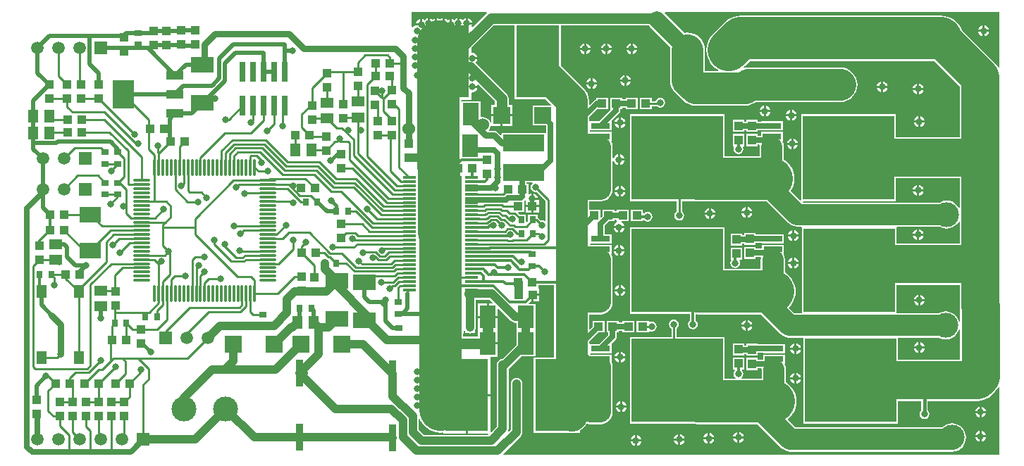
<source format=gtl>
G04 Layer_Physical_Order=1*
G04 Layer_Color=255*
%FSLAX25Y25*%
%MOIN*%
G70*
G01*
G75*
%ADD10R,0.08996X0.02953*%
%ADD11R,0.43307X0.39744*%
%ADD12R,0.10630X0.07480*%
%ADD13R,0.03543X0.03150*%
%ADD14R,0.03150X0.03543*%
%ADD15R,0.04331X0.03937*%
%ADD16R,0.07480X0.10630*%
%ADD17R,0.19685X0.07874*%
%ADD18R,0.07874X0.07874*%
%ADD19R,0.03937X0.04331*%
%ADD20R,0.06102X0.01181*%
%ADD21R,0.20079X0.55118*%
%ADD22R,0.05905X0.05118*%
%ADD23R,0.05118X0.05905*%
%ADD24R,0.03740X0.12598*%
%ADD25R,0.07874X0.03937*%
%ADD26R,0.09842X0.13780*%
%ADD27R,0.05118X0.06102*%
%ADD28R,0.10236X0.07480*%
%ADD29O,0.01181X0.08268*%
%ADD30O,0.08268X0.01181*%
%ADD31R,0.03150X0.09449*%
%ADD32R,0.20472X0.34449*%
%ADD33R,0.07874X0.07874*%
%ADD34C,0.15000*%
%ADD35C,0.05000*%
%ADD36C,0.20000*%
%ADD37C,0.01200*%
%ADD38C,0.04000*%
%ADD39C,0.02000*%
%ADD40C,0.01000*%
%ADD41C,0.10000*%
%ADD42C,0.03000*%
%ADD43C,0.01968*%
%ADD44C,0.18000*%
%ADD45C,0.02500*%
%ADD46C,0.01500*%
%ADD47C,0.08000*%
%ADD48R,0.05905X0.05905*%
%ADD49C,0.05905*%
%ADD50C,0.11811*%
%ADD51O,0.07874X0.05905*%
%ADD52C,0.06000*%
%ADD53C,0.03150*%
%ADD54C,0.02362*%
G36*
X602753Y305875D02*
X602253Y305749D01*
X602019Y306188D01*
X601193Y307193D01*
X600188Y308019D01*
X599040Y308632D01*
X597795Y309010D01*
X596500Y309138D01*
X595205Y309010D01*
X593960Y308632D01*
X593243Y308249D01*
X528449D01*
X528321Y308428D01*
X528577Y308928D01*
X572354D01*
Y319753D01*
X602753D01*
Y305875D01*
D02*
G37*
G36*
X392064Y357076D02*
X406772D01*
X409248Y354599D01*
X409057Y354137D01*
X400863D01*
Y344863D01*
X406825D01*
X407012Y344676D01*
Y341137D01*
X385958D01*
Y340368D01*
X385495Y340177D01*
X384086Y341586D01*
X383358Y342072D01*
X382500Y342243D01*
X380178D01*
X379932Y342743D01*
X380232Y343134D01*
X380605Y344034D01*
X380647Y344359D01*
X381063Y344563D01*
X385500D01*
Y349000D01*
X381063D01*
Y346166D01*
X380563Y346067D01*
X380232Y346866D01*
X379639Y347639D01*
X378866Y348232D01*
X377966Y348605D01*
X377000Y348732D01*
X376440Y348658D01*
X375940Y349084D01*
Y356015D01*
X367197D01*
X366858Y356431D01*
X366955Y356776D01*
X371716D01*
Y360154D01*
X372000Y360403D01*
X372672Y360491D01*
X373299Y360751D01*
X373836Y361164D01*
X374249Y361701D01*
X374509Y362328D01*
X374531Y362500D01*
X372000D01*
Y363500D01*
X374531D01*
X374509Y363672D01*
X374475Y363754D01*
X374899Y364037D01*
X382772Y356163D01*
Y354437D01*
X381063D01*
Y350000D01*
X390937D01*
Y354437D01*
X389228D01*
Y357500D01*
X389118Y358335D01*
X388795Y359114D01*
X388282Y359782D01*
X373810Y374255D01*
X373836Y374664D01*
X374249Y375202D01*
X374509Y375828D01*
X374531Y376000D01*
X372000D01*
Y377000D01*
X374531D01*
X374509Y377172D01*
X374249Y377799D01*
X373836Y378336D01*
X373299Y378749D01*
X372672Y379009D01*
X372000Y379097D01*
X371716Y379346D01*
Y381672D01*
X382242Y392197D01*
X392064D01*
Y357076D01*
D02*
G37*
G36*
X602859Y248132D02*
Y233747D01*
X573353D01*
Y244251D01*
X592743D01*
X593460Y243868D01*
X594705Y243490D01*
X596000Y243362D01*
X597295Y243490D01*
X598540Y243868D01*
X599688Y244481D01*
X600693Y245307D01*
X601519Y246312D01*
X602132Y247460D01*
X602359Y248206D01*
X602859Y248132D01*
D02*
G37*
G36*
X621500Y372068D02*
X621015Y371947D01*
X620604Y372715D01*
X619392Y374192D01*
X603824Y389760D01*
X603363Y390873D01*
X602483Y392309D01*
X601390Y393589D01*
X600109Y394683D01*
X598673Y395563D01*
X597117Y396208D01*
X595479Y396601D01*
X593800Y396733D01*
X499000D01*
X497321Y396601D01*
X495683Y396208D01*
X495039Y395941D01*
X494127Y395563D01*
X492691Y394683D01*
X491411Y393589D01*
X485911Y388089D01*
X484817Y386809D01*
X483937Y385373D01*
X483292Y383817D01*
X482899Y382179D01*
X482767Y380500D01*
X482899Y378821D01*
X483292Y377183D01*
X483937Y375627D01*
X484817Y374191D01*
X485911Y372911D01*
X487191Y371817D01*
X488459Y371040D01*
X488318Y370540D01*
X482055D01*
Y380500D01*
X481896Y382107D01*
X481427Y383653D01*
X480666Y385078D01*
X479641Y386326D01*
X478393Y387351D01*
X476968Y388112D01*
X475422Y388581D01*
X473815Y388740D01*
X472417Y388602D01*
X463019Y398000D01*
X463226Y398500D01*
X621500D01*
Y372068D01*
D02*
G37*
G36*
X456163Y391448D02*
X465713Y381898D01*
X465575Y380500D01*
Y366185D01*
X465734Y364578D01*
X466202Y363032D01*
X466964Y361607D01*
X467989Y360359D01*
X471874Y356474D01*
X473122Y355449D01*
X474547Y354688D01*
X476092Y354219D01*
X477700Y354060D01*
X501039D01*
X502646Y354219D01*
X504192Y354688D01*
X505616Y355449D01*
X505996Y355760D01*
X546000D01*
X547608Y355919D01*
X549153Y356387D01*
X550578Y357149D01*
X551826Y358174D01*
X552851Y359422D01*
X553613Y360847D01*
X554081Y362392D01*
X554240Y364000D01*
X554081Y365608D01*
X553613Y367153D01*
X552851Y368578D01*
X551826Y369826D01*
X550578Y370851D01*
X549153Y371613D01*
X547608Y372081D01*
X546000Y372240D01*
X502739D01*
X501131Y372081D01*
X500755Y371967D01*
X500510Y372415D01*
X501089Y372911D01*
X503446Y375267D01*
X590749D01*
X602753Y363263D01*
Y339247D01*
X572354D01*
Y350072D01*
X527646D01*
Y309471D01*
X527146Y309264D01*
X522750Y313660D01*
X523343Y314627D01*
X523987Y316183D01*
X524380Y317821D01*
X524513Y319500D01*
X524380Y321179D01*
X523987Y322817D01*
X523343Y324373D01*
X522463Y325809D01*
X521369Y327089D01*
X520088Y328183D01*
X519529Y328526D01*
Y334500D01*
X519333Y335988D01*
X518855Y337141D01*
X518978Y337324D01*
X518978D01*
Y341676D01*
X508581D01*
Y339795D01*
X507168D01*
Y340672D01*
X501831D01*
Y334942D01*
X507168D01*
Y335819D01*
X507825D01*
X508154Y335443D01*
X508030Y334500D01*
Y330233D01*
X491354D01*
Y350072D01*
X446646D01*
Y308928D01*
X468777D01*
Y303918D01*
X468360Y303640D01*
X467857Y302888D01*
X467681Y302000D01*
X467857Y301112D01*
X468360Y300360D01*
X469112Y299857D01*
X470000Y299681D01*
X470888Y299857D01*
X471640Y300360D01*
X472143Y301112D01*
X472319Y302000D01*
X472143Y302888D01*
X471640Y303640D01*
X471223Y303918D01*
Y308928D01*
X477201D01*
X477321Y308899D01*
X479000Y308767D01*
X511382D01*
X521714Y298435D01*
X522905Y297521D01*
X524292Y296947D01*
X525779Y296751D01*
X527720D01*
X528147Y296572D01*
Y255749D01*
X524381D01*
X521863Y258267D01*
X521869Y258411D01*
X522963Y259691D01*
X523843Y261127D01*
X524487Y262683D01*
X524881Y264321D01*
X525013Y266000D01*
X524881Y267679D01*
X524487Y269317D01*
X523843Y270873D01*
X522963Y272309D01*
X521869Y273589D01*
X520588Y274683D01*
X520029Y275026D01*
Y281000D01*
X519833Y282488D01*
X519355Y283641D01*
X519478Y283824D01*
X519478D01*
Y288176D01*
X509082D01*
Y286295D01*
X506169D01*
Y287172D01*
X500832D01*
Y281442D01*
X506169D01*
Y282319D01*
X508325D01*
X508654Y281943D01*
X508530Y281000D01*
Y276733D01*
X496813D01*
X496764Y277233D01*
X497388Y277357D01*
X498140Y277860D01*
X498643Y278612D01*
X498819Y279500D01*
X498643Y280388D01*
X498438Y280694D01*
X498674Y281135D01*
X499669D01*
Y286865D01*
X494332D01*
Y281135D01*
X494332D01*
X494565Y280698D01*
X494357Y280388D01*
X494181Y279500D01*
X494357Y278612D01*
X494860Y277860D01*
X495612Y277357D01*
X496236Y277233D01*
X496187Y276733D01*
X491354D01*
Y296572D01*
X446646D01*
Y255428D01*
X475175D01*
Y252350D01*
X474860Y252140D01*
X474357Y251388D01*
X474181Y250500D01*
X474357Y249612D01*
X474860Y248860D01*
X475612Y248357D01*
X476500Y248181D01*
X477388Y248357D01*
X478140Y248860D01*
X478643Y249612D01*
X478819Y250500D01*
X478643Y251388D01*
X478140Y252140D01*
X477825Y252350D01*
Y254991D01*
X478193Y255330D01*
X479000Y255267D01*
X508603D01*
X517935Y245935D01*
X519125Y245021D01*
X520512Y244447D01*
X522000Y244251D01*
X528647D01*
Y203428D01*
X573353D01*
Y214253D01*
X584522D01*
Y209748D01*
X584360Y209640D01*
X583857Y208888D01*
X583681Y208000D01*
X583857Y207112D01*
X584360Y206360D01*
X585112Y205857D01*
X586000Y205681D01*
X586888Y205857D01*
X587640Y206360D01*
X588143Y207112D01*
X588319Y208000D01*
X588143Y208888D01*
X587640Y209640D01*
X587478Y209748D01*
Y214253D01*
X610911D01*
X612813Y214440D01*
X614641Y214995D01*
X616326Y215896D01*
X617803Y217108D01*
X619498Y218802D01*
X620710Y220280D01*
X621015Y220850D01*
X621500Y220729D01*
Y188726D01*
X386785D01*
X386578Y189226D01*
X394926Y197574D01*
X395358Y198138D01*
X395631Y198795D01*
X395723Y199500D01*
Y211017D01*
X395819Y211500D01*
X395723Y211983D01*
Y214517D01*
X395819Y215000D01*
X395723Y215483D01*
Y218017D01*
X395819Y218500D01*
X395723Y218983D01*
Y222017D01*
X395819Y222500D01*
X395643Y223388D01*
X395411Y223734D01*
X395358Y223862D01*
X394926Y224426D01*
X394362Y224858D01*
X393705Y225131D01*
X393000Y225223D01*
X392295Y225131D01*
X391638Y224858D01*
X391074Y224426D01*
X390642Y223862D01*
X390370Y223205D01*
X390277Y222500D01*
Y200628D01*
X389479Y199831D01*
X389055Y200114D01*
X389130Y200295D01*
X389223Y201000D01*
Y229419D01*
X389426Y229574D01*
X395336Y235485D01*
X401940D01*
Y247515D01*
X401940D01*
Y247985D01*
X401940D01*
Y260015D01*
X398790D01*
X398582Y260515D01*
X399599Y261531D01*
X400193D01*
Y264500D01*
X400693D01*
Y265000D01*
X403858D01*
Y267469D01*
X403696D01*
X403365Y267831D01*
Y269175D01*
X410760D01*
Y234924D01*
X401084D01*
Y199076D01*
X422956D01*
Y200317D01*
X423578Y200649D01*
X424826Y201674D01*
X425851Y202922D01*
X426200Y203576D01*
X426512Y203447D01*
X428000Y203251D01*
X432780D01*
X434268Y203447D01*
X435654Y204021D01*
X436845Y204935D01*
X437758Y206125D01*
X438333Y207512D01*
X438529Y209000D01*
Y214000D01*
Y219000D01*
Y229000D01*
Y230279D01*
X438333Y231768D01*
X437978Y232625D01*
Y236176D01*
X428053D01*
X427931Y236192D01*
X427838Y236324D01*
X427921Y236599D01*
X428095Y236824D01*
X437978D01*
Y241176D01*
X437978Y241176D01*
X437978D01*
X438183Y241592D01*
X439906Y243315D01*
X440337Y243960D01*
X440488Y244721D01*
Y246831D01*
X441365D01*
Y247512D01*
X443135D01*
Y246831D01*
X448865D01*
Y252168D01*
X443135D01*
Y251488D01*
X441365D01*
Y252168D01*
X435635D01*
Y246831D01*
X436512D01*
Y245544D01*
X432144Y241176D01*
X427582Y241176D01*
X427488Y241638D01*
Y242369D01*
X431950Y246831D01*
X434672D01*
Y252168D01*
X428942D01*
Y249446D01*
X427702Y248206D01*
X427240Y248398D01*
Y255023D01*
X427500Y255251D01*
X432780D01*
X434268Y255447D01*
X435654Y256021D01*
X436845Y256935D01*
X437758Y258125D01*
X438333Y259512D01*
X438529Y261000D01*
Y266000D01*
Y271000D01*
Y281000D01*
X438333Y282488D01*
X437855Y283641D01*
X437978Y283824D01*
X437978D01*
Y288176D01*
X428053D01*
X427931Y288193D01*
X427844Y288324D01*
X428113Y288824D01*
X437978D01*
Y293176D01*
X434768D01*
Y297257D01*
X436842Y299331D01*
X439365D01*
Y300012D01*
X440088D01*
X440442Y299658D01*
X440442Y299331D01*
X440421Y298840D01*
X440202Y298749D01*
X439664Y298336D01*
X439251Y297798D01*
X438991Y297172D01*
X438969Y297000D01*
X444031D01*
X444008Y297172D01*
X443749Y297798D01*
X443336Y298336D01*
X442799Y298749D01*
X442600Y298832D01*
X442699Y299331D01*
X446172D01*
Y304668D01*
X440442D01*
Y303988D01*
X439365D01*
Y304668D01*
X433635D01*
Y301748D01*
X433134Y301247D01*
X432672Y301439D01*
Y304668D01*
X427240D01*
Y308751D01*
X432780D01*
X434268Y308947D01*
X435654Y309521D01*
X436845Y310435D01*
X437758Y311625D01*
X438333Y313012D01*
X438529Y314500D01*
Y319500D01*
Y324500D01*
Y327706D01*
X438991Y327828D01*
X439251Y327202D01*
X439664Y326664D01*
X440202Y326251D01*
X440828Y325992D01*
X441000Y325969D01*
Y328500D01*
Y331031D01*
X440828Y331009D01*
X440202Y330749D01*
X439664Y330336D01*
X439251Y329799D01*
X438991Y329172D01*
X438529Y329294D01*
Y334500D01*
X438333Y335988D01*
X437855Y337141D01*
X437978Y337324D01*
X437978D01*
Y341676D01*
X427772D01*
X427559Y342007D01*
X427670Y342201D01*
X427772Y342324D01*
X437978D01*
Y346676D01*
X437978Y346676D01*
X437978D01*
X438183Y347092D01*
X441599Y350507D01*
X442030Y351152D01*
X442181Y351913D01*
Y352331D01*
X443058D01*
Y353012D01*
X444635D01*
Y352331D01*
X450365D01*
Y357668D01*
X444635D01*
Y356988D01*
X443058D01*
Y357668D01*
X437328D01*
Y352331D01*
X437327D01*
X437466Y351998D01*
X432144Y346676D01*
X427740D01*
X427582Y346676D01*
X427240Y347035D01*
Y348428D01*
X431143Y352331D01*
X436365D01*
Y357668D01*
X430635D01*
Y356915D01*
X430239Y356837D01*
X429594Y356406D01*
X427702Y354513D01*
X427240Y354705D01*
Y356500D01*
X427081Y358107D01*
X426613Y359653D01*
X425851Y361078D01*
X424826Y362326D01*
X413936Y373216D01*
Y392197D01*
X455588D01*
X456163Y391448D01*
D02*
G37*
G36*
X602753Y259162D02*
X602859Y258091D01*
Y251868D01*
X602359Y251794D01*
X602132Y252540D01*
X601519Y253688D01*
X600693Y254693D01*
X599688Y255519D01*
X598540Y256132D01*
X597295Y256510D01*
X596000Y256638D01*
X594705Y256510D01*
X593460Y256132D01*
X592743Y255749D01*
X572854D01*
Y269253D01*
X602753D01*
Y259162D01*
D02*
G37*
G36*
Y299125D02*
Y288747D01*
X572854D01*
Y296572D01*
X573279Y296751D01*
X593243D01*
X593960Y296368D01*
X595205Y295990D01*
X596500Y295863D01*
X597795Y295990D01*
X599040Y296368D01*
X600188Y296981D01*
X601193Y297807D01*
X602019Y298812D01*
X602253Y299251D01*
X602753Y299125D01*
D02*
G37*
G36*
X379005Y398000D02*
X378623Y397707D01*
X372463Y391548D01*
X371822Y391608D01*
X371749Y391702D01*
X372008Y392328D01*
X372031Y392500D01*
X369500D01*
Y393000D01*
X369000D01*
Y395531D01*
X368828Y395509D01*
X368201Y395249D01*
X367664Y394836D01*
X367336D01*
X366798Y395249D01*
X366172Y395509D01*
X366000Y395531D01*
Y393000D01*
X365000D01*
Y395531D01*
X364828Y395509D01*
X364201Y395249D01*
X363664Y394836D01*
X363486Y394605D01*
X363299Y394749D01*
X362672Y395008D01*
X362500Y395031D01*
Y392500D01*
X361500D01*
Y395031D01*
X361328Y395008D01*
X360701Y394749D01*
X360514Y394605D01*
X360336Y394836D01*
X359799Y395249D01*
X359172Y395509D01*
X359000Y395531D01*
Y393000D01*
X358000D01*
Y395531D01*
X357828Y395509D01*
X357202Y395249D01*
X357070Y395148D01*
X356357Y395204D01*
X356298Y395249D01*
X355672Y395509D01*
X355500Y395531D01*
Y393000D01*
X354500D01*
Y395531D01*
X354328Y395509D01*
X353701Y395249D01*
X353250Y394903D01*
X352799Y395249D01*
X352172Y395509D01*
X352000Y395531D01*
Y393000D01*
X351000D01*
Y395531D01*
X350828Y395509D01*
X350202Y395249D01*
X349664Y394836D01*
X349486Y394605D01*
X349299Y394749D01*
X348672Y395008D01*
X348500Y395031D01*
Y392500D01*
X348000D01*
Y392000D01*
X345307D01*
X344702Y391749D01*
X344164Y391336D01*
X344000Y391123D01*
X343500Y391293D01*
Y398500D01*
X378835D01*
X379005Y398000D01*
D02*
G37*
G36*
X381635Y260777D02*
X381444Y260315D01*
X379890D01*
Y254500D01*
X384130D01*
Y257629D01*
X384592Y257820D01*
X390338Y252074D01*
X390902Y251642D01*
X391558Y251370D01*
X392263Y251277D01*
X393060D01*
Y247985D01*
X393060D01*
Y247515D01*
X393060D01*
Y240911D01*
X386353Y234204D01*
X385795Y234131D01*
X385138Y233858D01*
X384574Y233426D01*
X384142Y232862D01*
X383870Y232205D01*
X383777Y231500D01*
Y202128D01*
X381198Y199549D01*
X380736Y199741D01*
Y216500D01*
X370000D01*
Y198776D01*
X379361D01*
X379613Y198276D01*
X379500Y198123D01*
X349228D01*
X346723Y200628D01*
Y205543D01*
X347223Y205643D01*
X347437Y205127D01*
X348317Y203691D01*
X349411Y202411D01*
X350691Y201317D01*
X352127Y200437D01*
X353683Y199792D01*
X355321Y199399D01*
X357000Y199267D01*
X357897Y199337D01*
X358264Y198998D01*
Y198776D01*
X369000D01*
Y217000D01*
X369500D01*
Y217500D01*
X380736D01*
Y235185D01*
X384130D01*
Y241000D01*
X379390D01*
Y242000D01*
X384130D01*
Y247685D01*
Y253500D01*
X379390D01*
X374650D01*
Y247685D01*
Y244728D01*
X367733D01*
Y246228D01*
X368063D01*
Y247340D01*
X368563Y247545D01*
X368725Y247381D01*
Y246528D01*
X369912D01*
X370295Y246370D01*
X371000Y246277D01*
X371705Y246370D01*
X372088Y246528D01*
X373275D01*
Y247529D01*
X373358Y247638D01*
X373630Y248295D01*
X373723Y249000D01*
Y251832D01*
X373865D01*
Y257169D01*
X373723D01*
Y262277D01*
X380135D01*
X381635Y260777D01*
D02*
G37*
G36*
X400694Y317363D02*
X400360Y317140D01*
X399857Y316388D01*
X399681Y315500D01*
X399857Y314612D01*
X400360Y313860D01*
X401112Y313357D01*
X402000Y313181D01*
X402491Y313278D01*
X406777Y308993D01*
Y299650D01*
X406277Y299383D01*
X405888Y299643D01*
X405000Y299819D01*
X404509Y299722D01*
X403365Y300865D01*
X403031Y301089D01*
Y302472D01*
X398481D01*
Y299455D01*
X397981Y298955D01*
X397519Y299147D01*
Y302472D01*
X394683D01*
X393785Y303370D01*
X393976Y303832D01*
X396672D01*
Y309102D01*
X396835Y309260D01*
X396935Y309250D01*
X397335Y308996D01*
Y307000D01*
X400500D01*
X403665D01*
Y309469D01*
X403406D01*
X403379Y309500D01*
X400500D01*
Y310000D01*
X400000D01*
Y312531D01*
X399828Y312509D01*
X399201Y312249D01*
X399058Y312139D01*
X398558Y312386D01*
Y317168D01*
X397681D01*
Y317863D01*
X400542D01*
X400694Y317363D01*
D02*
G37*
%LPC*%
G36*
X582500Y316531D02*
X582328Y316509D01*
X581702Y316249D01*
X581164Y315836D01*
X580751Y315299D01*
X580491Y314672D01*
X580469Y314500D01*
X582500D01*
Y316531D01*
D02*
G37*
G36*
Y313500D02*
X580469D01*
X580491Y313328D01*
X580751Y312702D01*
X581164Y312164D01*
X581702Y311751D01*
X582328Y311491D01*
X582500Y311469D01*
Y313500D01*
D02*
G37*
G36*
X585531D02*
X583500D01*
Y311469D01*
X583672Y311491D01*
X584299Y311751D01*
X584836Y312164D01*
X585249Y312702D01*
X585508Y313328D01*
X585531Y313500D01*
D02*
G37*
G36*
X583500Y316531D02*
Y314500D01*
X585531D01*
X585508Y314672D01*
X585249Y315299D01*
X584836Y315836D01*
X584299Y316249D01*
X583672Y316509D01*
X583500Y316531D01*
D02*
G37*
G36*
X390937Y349000D02*
X386500D01*
Y344563D01*
X390937D01*
Y349000D01*
D02*
G37*
G36*
X583000Y242031D02*
X582828Y242008D01*
X582201Y241749D01*
X581664Y241336D01*
X581251Y240798D01*
X580992Y240172D01*
X580969Y240000D01*
X583000D01*
Y242031D01*
D02*
G37*
G36*
X584000D02*
Y240000D01*
X586031D01*
X586009Y240172D01*
X585749Y240798D01*
X585336Y241336D01*
X584798Y241749D01*
X584172Y242008D01*
X584000Y242031D01*
D02*
G37*
G36*
X586031Y239000D02*
X584000D01*
Y236969D01*
X584172Y236992D01*
X584798Y237251D01*
X585336Y237664D01*
X585749Y238201D01*
X586009Y238828D01*
X586031Y239000D01*
D02*
G37*
G36*
X583000D02*
X580969D01*
X580992Y238828D01*
X581251Y238201D01*
X581664Y237664D01*
X582201Y237251D01*
X582828Y236992D01*
X583000Y236969D01*
Y239000D01*
D02*
G37*
G36*
X613500Y389000D02*
X611469D01*
X611491Y388828D01*
X611751Y388201D01*
X612164Y387664D01*
X612702Y387251D01*
X613328Y386992D01*
X613500Y386969D01*
Y389000D01*
D02*
G37*
G36*
X614500Y392031D02*
Y390000D01*
X616531D01*
X616508Y390172D01*
X616249Y390798D01*
X615836Y391336D01*
X615299Y391749D01*
X614672Y392008D01*
X614500Y392031D01*
D02*
G37*
G36*
X616531Y389000D02*
X614500D01*
Y386969D01*
X614672Y386992D01*
X615299Y387251D01*
X615836Y387664D01*
X616249Y388201D01*
X616508Y388828D01*
X616531Y389000D01*
D02*
G37*
G36*
X613500Y392031D02*
X613328Y392008D01*
X612702Y391749D01*
X612164Y391336D01*
X611751Y390798D01*
X611491Y390172D01*
X611469Y390000D01*
X613500D01*
Y392031D01*
D02*
G37*
G36*
X441500Y266000D02*
X439469D01*
X439492Y265828D01*
X439751Y265201D01*
X440164Y264664D01*
X440701Y264251D01*
X441328Y263991D01*
X441500Y263969D01*
Y266000D01*
D02*
G37*
G36*
X403858Y264000D02*
X401193D01*
Y261531D01*
X403858D01*
Y264000D01*
D02*
G37*
G36*
X524500Y241531D02*
X524328Y241509D01*
X523701Y241249D01*
X523164Y240836D01*
X522751Y240299D01*
X522492Y239672D01*
X522469Y239500D01*
X524500D01*
Y241531D01*
D02*
G37*
G36*
X525500D02*
Y239500D01*
X527531D01*
X527508Y239672D01*
X527249Y240299D01*
X526836Y240836D01*
X526299Y241249D01*
X525672Y241509D01*
X525500Y241531D01*
D02*
G37*
G36*
X455558Y252168D02*
X449828D01*
Y246831D01*
X455558D01*
Y247197D01*
X455999Y247433D01*
X456112Y247357D01*
X457000Y247181D01*
X457888Y247357D01*
X458640Y247860D01*
X459143Y248612D01*
X459319Y249500D01*
X459143Y250388D01*
X458640Y251140D01*
X457888Y251643D01*
X457000Y251819D01*
X456112Y251643D01*
X455999Y251567D01*
X455558Y251803D01*
Y252168D01*
D02*
G37*
G36*
X501500Y252531D02*
X501328Y252508D01*
X500702Y252249D01*
X500164Y251836D01*
X499751Y251298D01*
X499492Y250672D01*
X499469Y250500D01*
X501500D01*
Y252531D01*
D02*
G37*
G36*
X502500D02*
Y250500D01*
X504531D01*
X504508Y250672D01*
X504249Y251298D01*
X503836Y251836D01*
X503299Y252249D01*
X502672Y252508D01*
X502500Y252531D01*
D02*
G37*
G36*
X501500Y249500D02*
X499469D01*
X499492Y249328D01*
X499751Y248702D01*
X500164Y248164D01*
X500702Y247751D01*
X501328Y247492D01*
X501500Y247469D01*
Y249500D01*
D02*
G37*
G36*
X504531D02*
X502500D01*
Y247469D01*
X502672Y247492D01*
X503299Y247751D01*
X503836Y248164D01*
X504249Y248702D01*
X504508Y249328D01*
X504531Y249500D01*
D02*
G37*
G36*
X526531Y292000D02*
X524500D01*
Y289969D01*
X524672Y289991D01*
X525299Y290251D01*
X525836Y290664D01*
X526249Y291201D01*
X526509Y291828D01*
X526531Y292000D01*
D02*
G37*
G36*
X442000Y288031D02*
Y286000D01*
X444031D01*
X444008Y286172D01*
X443749Y286799D01*
X443336Y287336D01*
X442799Y287749D01*
X442172Y288008D01*
X442000Y288031D01*
D02*
G37*
G36*
X523500Y292000D02*
X521469D01*
X521491Y291828D01*
X521751Y291201D01*
X522164Y290664D01*
X522702Y290251D01*
X523328Y289991D01*
X523500Y289969D01*
Y292000D01*
D02*
G37*
G36*
X524500Y295031D02*
Y293000D01*
X526531D01*
X526509Y293172D01*
X526249Y293798D01*
X525836Y294336D01*
X525299Y294749D01*
X524672Y295008D01*
X524500Y295031D01*
D02*
G37*
G36*
X506169Y293865D02*
X500832D01*
Y292681D01*
X499669D01*
Y293558D01*
X494332D01*
Y287828D01*
X499669D01*
Y288705D01*
X500832D01*
Y288135D01*
X506169D01*
Y289012D01*
X509082D01*
Y288824D01*
X519478D01*
Y293176D01*
X509082D01*
Y292988D01*
X506169D01*
Y293865D01*
D02*
G37*
G36*
X523500Y295031D02*
X523328Y295008D01*
X522702Y294749D01*
X522164Y294336D01*
X521751Y293798D01*
X521491Y293172D01*
X521469Y293000D01*
X523500D01*
Y295031D01*
D02*
G37*
G36*
Y279000D02*
X521469D01*
X521491Y278828D01*
X521751Y278202D01*
X522164Y277664D01*
X522702Y277251D01*
X523328Y276992D01*
X523500Y276969D01*
Y279000D01*
D02*
G37*
G36*
X526531D02*
X524500D01*
Y276969D01*
X524672Y276992D01*
X525299Y277251D01*
X525836Y277664D01*
X526249Y278202D01*
X526509Y278828D01*
X526531Y279000D01*
D02*
G37*
G36*
X442500Y269031D02*
Y267000D01*
X444531D01*
X444509Y267172D01*
X444249Y267798D01*
X443836Y268336D01*
X443298Y268749D01*
X442672Y269008D01*
X442500Y269031D01*
D02*
G37*
G36*
X444531Y266000D02*
X442500D01*
Y263969D01*
X442672Y263991D01*
X443298Y264251D01*
X443836Y264664D01*
X444249Y265201D01*
X444509Y265828D01*
X444531Y266000D01*
D02*
G37*
G36*
X441500Y269031D02*
X441328Y269008D01*
X440701Y268749D01*
X440164Y268336D01*
X439751Y267798D01*
X439492Y267172D01*
X439469Y267000D01*
X441500D01*
Y269031D01*
D02*
G37*
G36*
X444031Y285000D02*
X442000D01*
Y282969D01*
X442172Y282992D01*
X442799Y283251D01*
X443336Y283664D01*
X443749Y284202D01*
X444008Y284828D01*
X444031Y285000D01*
D02*
G37*
G36*
X441000Y288031D02*
X440828Y288008D01*
X440202Y287749D01*
X439664Y287336D01*
X439251Y286799D01*
X438991Y286172D01*
X438969Y286000D01*
X441000D01*
Y288031D01*
D02*
G37*
G36*
Y285000D02*
X438969D01*
X438991Y284828D01*
X439251Y284202D01*
X439664Y283664D01*
X440202Y283251D01*
X440828Y282992D01*
X441000Y282969D01*
Y285000D01*
D02*
G37*
G36*
X523500Y282031D02*
X523328Y282009D01*
X522702Y281749D01*
X522164Y281336D01*
X521751Y280799D01*
X521491Y280172D01*
X521469Y280000D01*
X523500D01*
Y282031D01*
D02*
G37*
G36*
X524500D02*
Y280000D01*
X526531D01*
X526509Y280172D01*
X526249Y280799D01*
X525836Y281336D01*
X525299Y281749D01*
X524672Y282009D01*
X524500Y282031D01*
D02*
G37*
G36*
X469500Y198531D02*
X469328Y198509D01*
X468702Y198249D01*
X468164Y197836D01*
X467751Y197299D01*
X467491Y196672D01*
X467469Y196500D01*
X469500D01*
Y198531D01*
D02*
G37*
G36*
X470500D02*
Y196500D01*
X472531D01*
X472508Y196672D01*
X472249Y197299D01*
X471836Y197836D01*
X471299Y198249D01*
X470672Y198509D01*
X470500Y198531D01*
D02*
G37*
G36*
X450000Y198031D02*
Y196000D01*
X452031D01*
X452008Y196172D01*
X451749Y196799D01*
X451336Y197336D01*
X450799Y197749D01*
X450172Y198009D01*
X450000Y198031D01*
D02*
G37*
G36*
X615031Y197000D02*
X613000D01*
Y194969D01*
X613172Y194992D01*
X613799Y195251D01*
X614336Y195664D01*
X614749Y196202D01*
X615008Y196828D01*
X615031Y197000D01*
D02*
G37*
G36*
X449000Y198031D02*
X448828Y198009D01*
X448202Y197749D01*
X447664Y197336D01*
X447251Y196799D01*
X446991Y196172D01*
X446969Y196000D01*
X449000D01*
Y198031D01*
D02*
G37*
G36*
X498500Y199531D02*
Y197500D01*
X500531D01*
X500508Y197672D01*
X500249Y198299D01*
X499836Y198836D01*
X499298Y199249D01*
X498672Y199509D01*
X498500Y199531D01*
D02*
G37*
G36*
X612000Y200031D02*
X611828Y200009D01*
X611201Y199749D01*
X610664Y199336D01*
X610251Y198799D01*
X609992Y198172D01*
X609969Y198000D01*
X612000D01*
Y200031D01*
D02*
G37*
G36*
X497500Y199531D02*
X497328Y199509D01*
X496701Y199249D01*
X496164Y198836D01*
X495751Y198299D01*
X495492Y197672D01*
X495469Y197500D01*
X497500D01*
Y199531D01*
D02*
G37*
G36*
X483500Y199031D02*
X483328Y199009D01*
X482701Y198749D01*
X482164Y198336D01*
X481751Y197799D01*
X481492Y197172D01*
X481469Y197000D01*
X483500D01*
Y199031D01*
D02*
G37*
G36*
X484500D02*
Y197000D01*
X486531D01*
X486509Y197172D01*
X486249Y197799D01*
X485836Y198336D01*
X485298Y198749D01*
X484672Y199009D01*
X484500Y199031D01*
D02*
G37*
G36*
X469500Y195500D02*
X467469D01*
X467491Y195328D01*
X467751Y194702D01*
X468164Y194164D01*
X468702Y193751D01*
X469328Y193491D01*
X469500Y193469D01*
Y195500D01*
D02*
G37*
G36*
X472531D02*
X470500D01*
Y193469D01*
X470672Y193491D01*
X471299Y193751D01*
X471836Y194164D01*
X472249Y194702D01*
X472508Y195328D01*
X472531Y195500D01*
D02*
G37*
G36*
X452031Y195000D02*
X450000D01*
Y192969D01*
X450172Y192991D01*
X450799Y193251D01*
X451336Y193664D01*
X451749Y194202D01*
X452008Y194828D01*
X452031Y195000D01*
D02*
G37*
G36*
X467500Y252819D02*
X466612Y252643D01*
X465860Y252140D01*
X465357Y251388D01*
X465181Y250500D01*
X465357Y249612D01*
X465860Y248860D01*
X466277Y248582D01*
Y244572D01*
X446646D01*
Y203428D01*
X477201D01*
X477321Y203399D01*
X479000Y203267D01*
X507102D01*
X518435Y191935D01*
X519625Y191021D01*
X521012Y190447D01*
X522500Y190251D01*
X599500D01*
X600075Y190326D01*
X600653Y190367D01*
X600816Y190424D01*
X600988Y190447D01*
X601523Y190668D01*
X602071Y190858D01*
X602215Y190955D01*
X602375Y191021D01*
X602834Y191374D01*
X603314Y191698D01*
X603428Y191829D01*
X603565Y191935D01*
X603918Y192394D01*
X604298Y192832D01*
X604374Y192988D01*
X604479Y193125D01*
X604686Y193625D01*
X605132Y194460D01*
X605510Y195705D01*
X605638Y197000D01*
X605510Y198295D01*
X605132Y199540D01*
X604519Y200688D01*
X603693Y201693D01*
X602688Y202519D01*
X601540Y203132D01*
X600295Y203510D01*
X599000Y203638D01*
X597705Y203510D01*
X596460Y203132D01*
X595312Y202519D01*
X594375Y201749D01*
X524881D01*
X521470Y205160D01*
X521490Y205660D01*
X522369Y206411D01*
X523463Y207691D01*
X524343Y209127D01*
X524987Y210683D01*
X525381Y212321D01*
X525513Y214000D01*
X525381Y215679D01*
X524987Y217317D01*
X524343Y218873D01*
X523463Y220309D01*
X522369Y221589D01*
X521088Y222683D01*
X520529Y223026D01*
Y229000D01*
X520333Y230488D01*
X519855Y231641D01*
X519978Y231824D01*
X519978D01*
Y236176D01*
X509582D01*
Y233795D01*
X507168D01*
Y234672D01*
X501831D01*
Y228942D01*
X507168D01*
Y229819D01*
X508759D01*
X509089Y229443D01*
X509030Y229000D01*
Y224733D01*
X499602D01*
X499450Y225233D01*
X499640Y225360D01*
X500143Y226112D01*
X500319Y227000D01*
X500143Y227888D01*
X499640Y228640D01*
X499800Y229135D01*
X500668D01*
Y234865D01*
X495331D01*
Y229135D01*
X496200D01*
X496360Y228640D01*
X495857Y227888D01*
X495681Y227000D01*
X495857Y226112D01*
X496360Y225360D01*
X496550Y225233D01*
X496398Y224733D01*
X491354D01*
Y244572D01*
X468723D01*
Y248582D01*
X469140Y248860D01*
X469643Y249612D01*
X469819Y250500D01*
X469643Y251388D01*
X469140Y252140D01*
X468388Y252643D01*
X467500Y252819D01*
D02*
G37*
G36*
X449000Y195000D02*
X446969D01*
X446991Y194828D01*
X447251Y194202D01*
X447664Y193664D01*
X448202Y193251D01*
X448828Y192991D01*
X449000Y192969D01*
Y195000D01*
D02*
G37*
G36*
X500531Y196500D02*
X498500D01*
Y194469D01*
X498672Y194492D01*
X499298Y194751D01*
X499836Y195164D01*
X500249Y195702D01*
X500508Y196328D01*
X500531Y196500D01*
D02*
G37*
G36*
X612000Y197000D02*
X609969D01*
X609992Y196828D01*
X610251Y196202D01*
X610664Y195664D01*
X611201Y195251D01*
X611828Y194992D01*
X612000Y194969D01*
Y197000D01*
D02*
G37*
G36*
X497500Y196500D02*
X495469D01*
X495492Y196328D01*
X495751Y195702D01*
X496164Y195164D01*
X496701Y194751D01*
X497328Y194492D01*
X497500Y194469D01*
Y196500D01*
D02*
G37*
G36*
X483500Y196000D02*
X481469D01*
X481492Y195828D01*
X481751Y195202D01*
X482164Y194664D01*
X482701Y194251D01*
X483328Y193991D01*
X483500Y193969D01*
Y196000D01*
D02*
G37*
G36*
X486531D02*
X484500D01*
Y193969D01*
X484672Y193991D01*
X485298Y194251D01*
X485836Y194664D01*
X486249Y195202D01*
X486509Y195828D01*
X486531Y196000D01*
D02*
G37*
G36*
X613000Y200031D02*
Y198000D01*
X615031D01*
X615008Y198172D01*
X614749Y198799D01*
X614336Y199336D01*
X613799Y199749D01*
X613172Y200009D01*
X613000Y200031D01*
D02*
G37*
G36*
X444531Y234500D02*
X442500D01*
Y232469D01*
X442672Y232491D01*
X443298Y232751D01*
X443836Y233164D01*
X444249Y233701D01*
X444509Y234328D01*
X444531Y234500D01*
D02*
G37*
G36*
X441500Y237531D02*
X441328Y237509D01*
X440701Y237249D01*
X440164Y236836D01*
X439751Y236298D01*
X439492Y235672D01*
X439469Y235500D01*
X441500D01*
Y237531D01*
D02*
G37*
G36*
Y234500D02*
X439469D01*
X439492Y234328D01*
X439751Y233701D01*
X440164Y233164D01*
X440701Y232751D01*
X441328Y232491D01*
X441500Y232469D01*
Y234500D01*
D02*
G37*
G36*
X524500Y227531D02*
X524328Y227508D01*
X523701Y227249D01*
X523164Y226836D01*
X522751Y226298D01*
X522492Y225672D01*
X522469Y225500D01*
X524500D01*
Y227531D01*
D02*
G37*
G36*
X525500D02*
Y225500D01*
X527531D01*
X527508Y225672D01*
X527249Y226298D01*
X526836Y226836D01*
X526299Y227249D01*
X525672Y227508D01*
X525500Y227531D01*
D02*
G37*
G36*
X500668Y241558D02*
X495331D01*
Y235828D01*
X500668D01*
Y236512D01*
X501831D01*
Y235635D01*
X507168D01*
Y237012D01*
X509582D01*
Y236824D01*
X519978D01*
Y241176D01*
X509582D01*
Y240988D01*
X507168D01*
Y241365D01*
X501831D01*
Y240488D01*
X500668D01*
Y241558D01*
D02*
G37*
G36*
X527531Y238500D02*
X525500D01*
Y236469D01*
X525672Y236491D01*
X526299Y236751D01*
X526836Y237164D01*
X527249Y237702D01*
X527508Y238328D01*
X527531Y238500D01*
D02*
G37*
G36*
X442500Y237531D02*
Y235500D01*
X444531D01*
X444509Y235672D01*
X444249Y236298D01*
X443836Y236836D01*
X443298Y237249D01*
X442672Y237509D01*
X442500Y237531D01*
D02*
G37*
G36*
X524500Y238500D02*
X522469D01*
X522492Y238328D01*
X522751Y237702D01*
X523164Y237164D01*
X523701Y236751D01*
X524328Y236491D01*
X524500Y236469D01*
Y238500D01*
D02*
G37*
G36*
X445031Y211000D02*
X443000D01*
Y208969D01*
X443172Y208992D01*
X443798Y209251D01*
X444336Y209664D01*
X444749Y210202D01*
X445009Y210828D01*
X445031Y211000D01*
D02*
G37*
G36*
X612000Y211531D02*
X611828Y211508D01*
X611201Y211249D01*
X610664Y210836D01*
X610251Y210298D01*
X609992Y209672D01*
X609969Y209500D01*
X612000D01*
Y211531D01*
D02*
G37*
G36*
X442000Y211000D02*
X439969D01*
X439992Y210828D01*
X440251Y210202D01*
X440664Y209664D01*
X441201Y209251D01*
X441828Y208992D01*
X442000Y208969D01*
Y211000D01*
D02*
G37*
G36*
X612000Y208500D02*
X609969D01*
X609992Y208328D01*
X610251Y207701D01*
X610664Y207164D01*
X611201Y206751D01*
X611828Y206491D01*
X612000Y206469D01*
Y208500D01*
D02*
G37*
G36*
X615031D02*
X613000D01*
Y206469D01*
X613172Y206491D01*
X613799Y206751D01*
X614336Y207164D01*
X614749Y207701D01*
X615008Y208328D01*
X615031Y208500D01*
D02*
G37*
G36*
X524500Y224500D02*
X522469D01*
X522492Y224328D01*
X522751Y223702D01*
X523164Y223164D01*
X523701Y222751D01*
X524328Y222492D01*
X524500Y222469D01*
Y224500D01*
D02*
G37*
G36*
X527531D02*
X525500D01*
Y222469D01*
X525672Y222492D01*
X526299Y222751D01*
X526836Y223164D01*
X527249Y223702D01*
X527508Y224328D01*
X527531Y224500D01*
D02*
G37*
G36*
X443000Y214031D02*
Y212000D01*
X445031D01*
X445009Y212172D01*
X444749Y212799D01*
X444336Y213336D01*
X443798Y213749D01*
X443172Y214008D01*
X443000Y214031D01*
D02*
G37*
G36*
X613000Y211531D02*
Y209500D01*
X615031D01*
X615008Y209672D01*
X614749Y210298D01*
X614336Y210836D01*
X613799Y211249D01*
X613172Y211508D01*
X613000Y211531D01*
D02*
G37*
G36*
X442000Y214031D02*
X441828Y214008D01*
X441201Y213749D01*
X440664Y213336D01*
X440251Y212799D01*
X439992Y212172D01*
X439969Y212000D01*
X442000D01*
Y214031D01*
D02*
G37*
G36*
X441000Y296000D02*
X438969D01*
X438991Y295828D01*
X439251Y295201D01*
X439664Y294664D01*
X440202Y294251D01*
X440828Y293991D01*
X441000Y293969D01*
Y296000D01*
D02*
G37*
G36*
X583500Y364531D02*
Y362500D01*
X585531D01*
X585508Y362672D01*
X585249Y363299D01*
X584836Y363836D01*
X584299Y364249D01*
X583672Y364509D01*
X583500Y364531D01*
D02*
G37*
G36*
X444000Y365500D02*
X441969D01*
X441992Y365328D01*
X442251Y364702D01*
X442664Y364164D01*
X443201Y363751D01*
X443828Y363492D01*
X444000Y363469D01*
Y365500D01*
D02*
G37*
G36*
X582500Y364531D02*
X582328Y364509D01*
X581702Y364249D01*
X581164Y363836D01*
X580751Y363299D01*
X580491Y362672D01*
X580469Y362500D01*
X582500D01*
Y364531D01*
D02*
G37*
G36*
X428000Y364000D02*
X425969D01*
X425991Y363828D01*
X426251Y363201D01*
X426664Y362664D01*
X427202Y362251D01*
X427828Y361992D01*
X428000Y361969D01*
Y364000D01*
D02*
G37*
G36*
X431031D02*
X429000D01*
Y361969D01*
X429172Y361992D01*
X429799Y362251D01*
X430336Y362664D01*
X430749Y363201D01*
X431008Y363828D01*
X431031Y364000D01*
D02*
G37*
G36*
X428000Y367031D02*
X427828Y367008D01*
X427202Y366749D01*
X426664Y366336D01*
X426251Y365798D01*
X425991Y365172D01*
X425969Y365000D01*
X428000D01*
Y367031D01*
D02*
G37*
G36*
X429000D02*
Y365000D01*
X431031D01*
X431008Y365172D01*
X430749Y365798D01*
X430336Y366336D01*
X429799Y366749D01*
X429172Y367008D01*
X429000Y367031D01*
D02*
G37*
G36*
X566500Y365531D02*
Y363500D01*
X568531D01*
X568508Y363672D01*
X568249Y364299D01*
X567836Y364836D01*
X567299Y365249D01*
X566672Y365509D01*
X566500Y365531D01*
D02*
G37*
G36*
X447031Y365500D02*
X445000D01*
Y363469D01*
X445172Y363492D01*
X445798Y363751D01*
X446336Y364164D01*
X446749Y364702D01*
X447009Y365328D01*
X447031Y365500D01*
D02*
G37*
G36*
X565500Y365531D02*
X565328Y365509D01*
X564702Y365249D01*
X564164Y364836D01*
X563751Y364299D01*
X563491Y363672D01*
X563469Y363500D01*
X565500D01*
Y365531D01*
D02*
G37*
G36*
X510000Y354031D02*
X509828Y354009D01*
X509201Y353749D01*
X508664Y353336D01*
X508251Y352799D01*
X507992Y352172D01*
X507969Y352000D01*
X510000D01*
Y354031D01*
D02*
G37*
G36*
X511000D02*
Y352000D01*
X513031D01*
X513008Y352172D01*
X512749Y352799D01*
X512336Y353336D01*
X511798Y353749D01*
X511172Y354009D01*
X511000Y354031D01*
D02*
G37*
G36*
X523500Y352031D02*
Y350000D01*
X525531D01*
X525508Y350172D01*
X525249Y350799D01*
X524836Y351336D01*
X524298Y351749D01*
X523672Y352009D01*
X523500Y352031D01*
D02*
G37*
G36*
X513031Y351000D02*
X511000D01*
Y348969D01*
X511172Y348991D01*
X511798Y349251D01*
X512336Y349664D01*
X512749Y350202D01*
X513008Y350828D01*
X513031Y351000D01*
D02*
G37*
G36*
X522500Y352031D02*
X522328Y352009D01*
X521701Y351749D01*
X521164Y351336D01*
X520751Y350799D01*
X520492Y350172D01*
X520469Y350000D01*
X522500D01*
Y352031D01*
D02*
G37*
G36*
X565500Y362500D02*
X563469D01*
X563491Y362328D01*
X563751Y361701D01*
X564164Y361164D01*
X564702Y360751D01*
X565328Y360491D01*
X565500Y360469D01*
Y362500D01*
D02*
G37*
G36*
X568531D02*
X566500D01*
Y360469D01*
X566672Y360491D01*
X567299Y360751D01*
X567836Y361164D01*
X568249Y361701D01*
X568508Y362328D01*
X568531Y362500D01*
D02*
G37*
G36*
X585531Y361500D02*
X583500D01*
Y359469D01*
X583672Y359491D01*
X584299Y359751D01*
X584836Y360164D01*
X585249Y360701D01*
X585508Y361328D01*
X585531Y361500D01*
D02*
G37*
G36*
X461000Y357819D02*
X460112Y357643D01*
X459360Y357140D01*
X458857Y356388D01*
X458824Y356224D01*
X457058D01*
Y357668D01*
X451328D01*
Y352331D01*
X457058D01*
Y353777D01*
X459485D01*
X460112Y353357D01*
X461000Y353181D01*
X461888Y353357D01*
X462640Y353860D01*
X463143Y354612D01*
X463319Y355500D01*
X463143Y356388D01*
X462640Y357140D01*
X461888Y357643D01*
X461000Y357819D01*
D02*
G37*
G36*
X582500Y361500D02*
X580469D01*
X580491Y361328D01*
X580751Y360701D01*
X581164Y360164D01*
X581702Y359751D01*
X582328Y359491D01*
X582500Y359469D01*
Y361500D01*
D02*
G37*
G36*
X448000Y383531D02*
Y381500D01*
X450031D01*
X450008Y381672D01*
X449749Y382298D01*
X449336Y382836D01*
X448799Y383249D01*
X448172Y383508D01*
X448000Y383531D01*
D02*
G37*
G36*
X447000D02*
X446828Y383508D01*
X446202Y383249D01*
X445664Y382836D01*
X445251Y382298D01*
X444991Y381672D01*
X444969Y381500D01*
X447000D01*
Y383531D01*
D02*
G37*
G36*
X435000D02*
X434828Y383508D01*
X434201Y383249D01*
X433664Y382836D01*
X433251Y382298D01*
X432992Y381672D01*
X432969Y381500D01*
X435000D01*
Y383531D01*
D02*
G37*
G36*
X436000D02*
Y381500D01*
X438031D01*
X438008Y381672D01*
X437749Y382298D01*
X437336Y382836D01*
X436798Y383249D01*
X436172Y383508D01*
X436000Y383531D01*
D02*
G37*
G36*
X428031Y380500D02*
X426000D01*
Y378469D01*
X426172Y378491D01*
X426798Y378751D01*
X427336Y379164D01*
X427749Y379701D01*
X428009Y380328D01*
X428031Y380500D01*
D02*
G37*
G36*
X435000D02*
X432969D01*
X432992Y380328D01*
X433251Y379701D01*
X433664Y379164D01*
X434201Y378751D01*
X434828Y378491D01*
X435000Y378469D01*
Y380500D01*
D02*
G37*
G36*
X425000D02*
X422969D01*
X422992Y380328D01*
X423251Y379701D01*
X423664Y379164D01*
X424201Y378751D01*
X424828Y378491D01*
X425000Y378469D01*
Y380500D01*
D02*
G37*
G36*
X444000Y368531D02*
X443828Y368509D01*
X443201Y368249D01*
X442664Y367836D01*
X442251Y367299D01*
X441992Y366672D01*
X441969Y366500D01*
X444000D01*
Y368531D01*
D02*
G37*
G36*
X445000D02*
Y366500D01*
X447031D01*
X447009Y366672D01*
X446749Y367299D01*
X446336Y367836D01*
X445798Y368249D01*
X445172Y368509D01*
X445000Y368531D01*
D02*
G37*
G36*
X425000Y383531D02*
X424828Y383508D01*
X424201Y383249D01*
X423664Y382836D01*
X423251Y382298D01*
X422992Y381672D01*
X422969Y381500D01*
X425000D01*
Y383531D01*
D02*
G37*
G36*
X426000D02*
Y381500D01*
X428031D01*
X428009Y381672D01*
X427749Y382298D01*
X427336Y382836D01*
X426798Y383249D01*
X426172Y383508D01*
X426000Y383531D01*
D02*
G37*
G36*
X450031Y380500D02*
X448000D01*
Y378469D01*
X448172Y378491D01*
X448799Y378751D01*
X449336Y379164D01*
X449749Y379701D01*
X450008Y380328D01*
X450031Y380500D01*
D02*
G37*
G36*
X438031D02*
X436000D01*
Y378469D01*
X436172Y378491D01*
X436798Y378751D01*
X437336Y379164D01*
X437749Y379701D01*
X438008Y380328D01*
X438031Y380500D01*
D02*
G37*
G36*
X447000D02*
X444969D01*
X444991Y380328D01*
X445251Y379701D01*
X445664Y379164D01*
X446202Y378751D01*
X446828Y378491D01*
X447000Y378469D01*
Y380500D01*
D02*
G37*
G36*
X510000Y351000D02*
X507969D01*
X507992Y350828D01*
X508251Y350202D01*
X508664Y349664D01*
X509201Y349251D01*
X509828Y348991D01*
X510000Y348969D01*
Y351000D01*
D02*
G37*
G36*
X441500Y313000D02*
X439469D01*
X439492Y312828D01*
X439751Y312201D01*
X440164Y311664D01*
X440701Y311251D01*
X441328Y310992D01*
X441500Y310969D01*
Y313000D01*
D02*
G37*
G36*
X444531D02*
X442500D01*
Y310969D01*
X442672Y310992D01*
X443298Y311251D01*
X443836Y311664D01*
X444249Y312201D01*
X444509Y312828D01*
X444531Y313000D01*
D02*
G37*
G36*
X501500Y306031D02*
X501328Y306009D01*
X500702Y305749D01*
X500164Y305336D01*
X499751Y304799D01*
X499492Y304172D01*
X499469Y304000D01*
X501500D01*
Y306031D01*
D02*
G37*
G36*
X502500D02*
Y304000D01*
X504531D01*
X504508Y304172D01*
X504249Y304799D01*
X503836Y305336D01*
X503299Y305749D01*
X502672Y306009D01*
X502500Y306031D01*
D02*
G37*
G36*
X442500Y316031D02*
Y314000D01*
X444531D01*
X444509Y314172D01*
X444249Y314798D01*
X443836Y315336D01*
X443298Y315749D01*
X442672Y316008D01*
X442500Y316031D01*
D02*
G37*
G36*
X441500D02*
X441328Y316008D01*
X440701Y315749D01*
X440164Y315336D01*
X439751Y314798D01*
X439492Y314172D01*
X439469Y314000D01*
X441500D01*
Y316031D01*
D02*
G37*
G36*
X487031Y302500D02*
X485000D01*
Y300469D01*
X485172Y300491D01*
X485799Y300751D01*
X486336Y301164D01*
X486749Y301701D01*
X487008Y302328D01*
X487031Y302500D01*
D02*
G37*
G36*
X501500Y303000D02*
X499469D01*
X499492Y302828D01*
X499751Y302202D01*
X500164Y301664D01*
X500702Y301251D01*
X501328Y300992D01*
X501500Y300969D01*
Y303000D01*
D02*
G37*
G36*
X484000Y302500D02*
X481969D01*
X481991Y302328D01*
X482251Y301701D01*
X482664Y301164D01*
X483202Y300751D01*
X483828Y300491D01*
X484000Y300469D01*
Y302500D01*
D02*
G37*
G36*
X444031Y296000D02*
X442000D01*
Y293969D01*
X442172Y293991D01*
X442799Y294251D01*
X443336Y294664D01*
X443749Y295201D01*
X444008Y295828D01*
X444031Y296000D01*
D02*
G37*
G36*
X452865Y304668D02*
X447135D01*
Y299331D01*
X452865D01*
Y299700D01*
X453360Y299860D01*
X454112Y299357D01*
X455000Y299181D01*
X455888Y299357D01*
X456640Y299860D01*
X457143Y300612D01*
X457319Y301500D01*
X457143Y302388D01*
X456640Y303140D01*
X455888Y303643D01*
X455000Y303819D01*
X454112Y303643D01*
X453360Y303140D01*
X452865Y303300D01*
Y304668D01*
D02*
G37*
G36*
X485000Y305531D02*
Y303500D01*
X487031D01*
X487008Y303672D01*
X486749Y304298D01*
X486336Y304836D01*
X485799Y305249D01*
X485172Y305508D01*
X485000Y305531D01*
D02*
G37*
G36*
X504531Y303000D02*
X502500D01*
Y300969D01*
X502672Y300992D01*
X503299Y301251D01*
X503836Y301664D01*
X504249Y302202D01*
X504508Y302828D01*
X504531Y303000D01*
D02*
G37*
G36*
X484000Y305531D02*
X483828Y305508D01*
X483202Y305249D01*
X482664Y304836D01*
X482251Y304298D01*
X481991Y303672D01*
X481969Y303500D01*
X484000D01*
Y305531D01*
D02*
G37*
G36*
X507168Y347365D02*
X501831D01*
Y346488D01*
X500668D01*
Y347365D01*
X495331D01*
Y341635D01*
X500668D01*
Y342512D01*
X501831D01*
Y341635D01*
X507168D01*
Y342512D01*
X508581D01*
Y342324D01*
X518978D01*
Y346676D01*
X508581D01*
Y346488D01*
X507168D01*
Y347365D01*
D02*
G37*
G36*
X441500Y348531D02*
X441328Y348509D01*
X440701Y348249D01*
X440164Y347836D01*
X439751Y347299D01*
X439492Y346672D01*
X439469Y346500D01*
X441500D01*
Y348531D01*
D02*
G37*
G36*
X583000Y346000D02*
X580969D01*
X580992Y345828D01*
X581251Y345201D01*
X581664Y344664D01*
X582201Y344251D01*
X582828Y343991D01*
X583000Y343969D01*
Y346000D01*
D02*
G37*
G36*
X586031D02*
X584000D01*
Y343969D01*
X584172Y343991D01*
X584798Y344251D01*
X585336Y344664D01*
X585749Y345201D01*
X586009Y345828D01*
X586031Y346000D01*
D02*
G37*
G36*
X583000Y349031D02*
X582828Y349008D01*
X582201Y348749D01*
X581664Y348336D01*
X581251Y347798D01*
X580992Y347172D01*
X580969Y347000D01*
X583000D01*
Y349031D01*
D02*
G37*
G36*
X584000D02*
Y347000D01*
X586031D01*
X586009Y347172D01*
X585749Y347798D01*
X585336Y348336D01*
X584798Y348749D01*
X584172Y349008D01*
X584000Y349031D01*
D02*
G37*
G36*
X525531Y349000D02*
X523500D01*
Y346969D01*
X523672Y346991D01*
X524298Y347251D01*
X524836Y347664D01*
X525249Y348201D01*
X525508Y348828D01*
X525531Y349000D01*
D02*
G37*
G36*
X442500Y348531D02*
Y346500D01*
X444531D01*
X444509Y346672D01*
X444249Y347299D01*
X443836Y347836D01*
X443298Y348249D01*
X442672Y348509D01*
X442500Y348531D01*
D02*
G37*
G36*
X522500Y349000D02*
X520469D01*
X520492Y348828D01*
X520751Y348201D01*
X521164Y347664D01*
X521701Y347251D01*
X522328Y346991D01*
X522500Y346969D01*
Y349000D01*
D02*
G37*
G36*
X500668Y340672D02*
X495331D01*
Y334942D01*
X495697D01*
X495933Y334501D01*
X495857Y334388D01*
X495681Y333500D01*
X495857Y332612D01*
X496360Y331860D01*
X497112Y331357D01*
X498000Y331181D01*
X498888Y331357D01*
X499640Y331860D01*
X500143Y332612D01*
X500319Y333500D01*
X500143Y334388D01*
X500067Y334501D01*
X500303Y334942D01*
X500668D01*
Y340672D01*
D02*
G37*
G36*
X523000Y335500D02*
X520969D01*
X520992Y335328D01*
X521251Y334701D01*
X521664Y334164D01*
X522201Y333751D01*
X522828Y333491D01*
X523000Y333469D01*
Y335500D01*
D02*
G37*
G36*
X442000Y331031D02*
Y329000D01*
X444031D01*
X444008Y329172D01*
X443749Y329799D01*
X443336Y330336D01*
X442799Y330749D01*
X442172Y331009D01*
X442000Y331031D01*
D02*
G37*
G36*
X444031Y328000D02*
X442000D01*
Y325969D01*
X442172Y325992D01*
X442799Y326251D01*
X443336Y326664D01*
X443749Y327202D01*
X444008Y327828D01*
X444031Y328000D01*
D02*
G37*
G36*
X441500Y345500D02*
X439469D01*
X439492Y345328D01*
X439751Y344702D01*
X440164Y344164D01*
X440701Y343751D01*
X441328Y343492D01*
X441500Y343469D01*
Y345500D01*
D02*
G37*
G36*
X444531D02*
X442500D01*
Y343469D01*
X442672Y343492D01*
X443298Y343751D01*
X443836Y344164D01*
X444249Y344702D01*
X444509Y345328D01*
X444531Y345500D01*
D02*
G37*
G36*
X524000Y338531D02*
Y336500D01*
X526031D01*
X526009Y336672D01*
X525749Y337298D01*
X525336Y337836D01*
X524798Y338249D01*
X524172Y338509D01*
X524000Y338531D01*
D02*
G37*
G36*
X526031Y335500D02*
X524000D01*
Y333469D01*
X524172Y333491D01*
X524798Y333751D01*
X525336Y334164D01*
X525749Y334701D01*
X526009Y335328D01*
X526031Y335500D01*
D02*
G37*
G36*
X523000Y338531D02*
X522828Y338509D01*
X522201Y338249D01*
X521664Y337836D01*
X521251Y337298D01*
X520992Y336672D01*
X520969Y336500D01*
X523000D01*
Y338531D01*
D02*
G37*
G36*
X583000Y261500D02*
X580969D01*
X580992Y261328D01*
X581251Y260701D01*
X581664Y260164D01*
X582201Y259751D01*
X582828Y259491D01*
X583000Y259469D01*
Y261500D01*
D02*
G37*
G36*
X584000Y264531D02*
Y262500D01*
X586031D01*
X586009Y262672D01*
X585749Y263299D01*
X585336Y263836D01*
X584798Y264249D01*
X584172Y264509D01*
X584000Y264531D01*
D02*
G37*
G36*
X583000D02*
X582828Y264509D01*
X582201Y264249D01*
X581664Y263836D01*
X581251Y263299D01*
X580992Y262672D01*
X580969Y262500D01*
X583000D01*
Y264531D01*
D02*
G37*
G36*
X586031Y261500D02*
X584000D01*
Y259469D01*
X584172Y259491D01*
X584798Y259751D01*
X585336Y260164D01*
X585749Y260701D01*
X586009Y261328D01*
X586031Y261500D01*
D02*
G37*
G36*
X582500Y292500D02*
X580469D01*
X580491Y292328D01*
X580751Y291702D01*
X581164Y291164D01*
X581702Y290751D01*
X582328Y290492D01*
X582500Y290469D01*
Y292500D01*
D02*
G37*
G36*
X585531D02*
X583500D01*
Y290469D01*
X583672Y290492D01*
X584299Y290751D01*
X584836Y291164D01*
X585249Y291702D01*
X585508Y292328D01*
X585531Y292500D01*
D02*
G37*
G36*
X582500Y295531D02*
X582328Y295509D01*
X581702Y295249D01*
X581164Y294836D01*
X580751Y294299D01*
X580491Y293672D01*
X580469Y293500D01*
X582500D01*
Y295531D01*
D02*
G37*
G36*
X583500D02*
Y293500D01*
X585531D01*
X585508Y293672D01*
X585249Y294299D01*
X584836Y294836D01*
X584299Y295249D01*
X583672Y295509D01*
X583500Y295531D01*
D02*
G37*
G36*
X347500Y395031D02*
X347328Y395008D01*
X346702Y394749D01*
X346164Y394336D01*
X345751Y393798D01*
X345492Y393172D01*
X345469Y393000D01*
X347500D01*
Y395031D01*
D02*
G37*
G36*
X370000Y395531D02*
Y393500D01*
X372031D01*
X372008Y393672D01*
X371749Y394299D01*
X371336Y394836D01*
X370798Y395249D01*
X370172Y395509D01*
X370000Y395531D01*
D02*
G37*
G36*
X378890Y260315D02*
X374650D01*
Y254500D01*
X378890D01*
Y260315D01*
D02*
G37*
G36*
X401000Y312531D02*
Y310500D01*
X403031D01*
X403009Y310672D01*
X402749Y311298D01*
X402336Y311836D01*
X401798Y312249D01*
X401172Y312509D01*
X401000Y312531D01*
D02*
G37*
G36*
X400000Y306000D02*
X397335D01*
Y303532D01*
X400000D01*
Y306000D01*
D02*
G37*
G36*
X403665D02*
X401000D01*
Y303532D01*
X403665D01*
Y306000D01*
D02*
G37*
%LPD*%
D10*
X514780Y239000D02*
D03*
Y234000D02*
D03*
Y229000D02*
D03*
Y219000D02*
D03*
Y214000D02*
D03*
Y209000D02*
D03*
X514280Y291000D02*
D03*
Y286000D02*
D03*
Y281000D02*
D03*
Y271000D02*
D03*
Y266000D02*
D03*
Y261000D02*
D03*
X513779Y344500D02*
D03*
Y339500D02*
D03*
Y334500D02*
D03*
Y324500D02*
D03*
Y319500D02*
D03*
Y314500D02*
D03*
X432780Y344500D02*
D03*
Y339500D02*
D03*
Y334500D02*
D03*
Y324500D02*
D03*
Y319500D02*
D03*
Y314500D02*
D03*
Y291000D02*
D03*
Y286000D02*
D03*
Y281000D02*
D03*
Y271000D02*
D03*
Y266000D02*
D03*
Y261000D02*
D03*
Y239000D02*
D03*
Y234000D02*
D03*
Y229000D02*
D03*
Y219000D02*
D03*
Y214000D02*
D03*
Y209000D02*
D03*
D11*
X551000Y224000D02*
D03*
X550500Y276000D02*
D03*
X550000Y329500D02*
D03*
X469000D02*
D03*
Y276000D02*
D03*
Y224000D02*
D03*
D12*
X321000Y270610D02*
D03*
Y252500D02*
D03*
X308000Y253000D02*
D03*
Y271110D02*
D03*
X244500Y373610D02*
D03*
Y355500D02*
D03*
D13*
X337000Y261012D02*
D03*
Y255500D02*
D03*
X337500Y248756D02*
D03*
Y243244D02*
D03*
X400500Y283756D02*
D03*
Y278244D02*
D03*
X273000Y255256D02*
D03*
Y249744D02*
D03*
X204500Y311988D02*
D03*
Y317500D02*
D03*
X198500Y311988D02*
D03*
Y317500D02*
D03*
Y326500D02*
D03*
Y332012D02*
D03*
X204500Y326500D02*
D03*
Y332012D02*
D03*
X214000Y382988D02*
D03*
Y388500D02*
D03*
D14*
X365488Y249000D02*
D03*
X371000D02*
D03*
X395244Y293500D02*
D03*
X400756D02*
D03*
X395244Y300000D02*
D03*
X400756D02*
D03*
X293244Y308500D02*
D03*
X298756D02*
D03*
X313256Y304000D02*
D03*
X307744D02*
D03*
X307756Y279500D02*
D03*
X302244D02*
D03*
X290488Y258000D02*
D03*
X296000D02*
D03*
X217488Y254000D02*
D03*
X223000D02*
D03*
X208488Y251000D02*
D03*
X202976D02*
D03*
X173000Y274000D02*
D03*
X167488D02*
D03*
D15*
X364307Y254500D02*
D03*
X371000D02*
D03*
X394000Y264500D02*
D03*
X400693D02*
D03*
X400500Y270500D02*
D03*
X393807D02*
D03*
X400500Y306500D02*
D03*
X393807D02*
D03*
X395693Y314500D02*
D03*
X389000D02*
D03*
X372193Y324500D02*
D03*
X365500D02*
D03*
X333193Y368000D02*
D03*
X326500D02*
D03*
X333193Y374000D02*
D03*
X326500D02*
D03*
X288500Y340000D02*
D03*
X295193D02*
D03*
X297693Y315000D02*
D03*
X291000D02*
D03*
X298000Y284500D02*
D03*
X291307D02*
D03*
X209988Y222500D02*
D03*
X203295D02*
D03*
X195488D02*
D03*
X188795D02*
D03*
X181681D02*
D03*
X174988D02*
D03*
X201795Y243000D02*
D03*
X208488D02*
D03*
X186500Y274000D02*
D03*
X179807D02*
D03*
X179000Y295000D02*
D03*
X172307D02*
D03*
X187488Y341500D02*
D03*
X180795D02*
D03*
X187488Y347500D02*
D03*
X180795D02*
D03*
X179000Y302500D02*
D03*
X172307D02*
D03*
X236000Y337000D02*
D03*
X229307D02*
D03*
X219807Y343000D02*
D03*
X226500D02*
D03*
X446000Y249500D02*
D03*
X452693D02*
D03*
X431807D02*
D03*
X438500D02*
D03*
X443307Y302000D02*
D03*
X450000D02*
D03*
X436500D02*
D03*
X429807D02*
D03*
X447500Y355000D02*
D03*
X454193D02*
D03*
X433500D02*
D03*
X440193D02*
D03*
D16*
X397500Y241500D02*
D03*
X379390D02*
D03*
X397500Y254000D02*
D03*
X379390D02*
D03*
X371000Y335000D02*
D03*
X352890D02*
D03*
X371500Y350000D02*
D03*
X353390D02*
D03*
D17*
X396500Y322500D02*
D03*
Y336500D02*
D03*
D18*
X405500Y349500D02*
D03*
X386000D02*
D03*
X310500Y241000D02*
D03*
X291000D02*
D03*
X278500D02*
D03*
X259000D02*
D03*
D19*
X379000Y328500D02*
D03*
Y321807D02*
D03*
X342000Y336193D02*
D03*
Y329500D02*
D03*
X334000Y354807D02*
D03*
Y361500D02*
D03*
Y340000D02*
D03*
Y346693D02*
D03*
X327500D02*
D03*
Y340000D02*
D03*
X326000Y354500D02*
D03*
Y361193D02*
D03*
X318000Y363500D02*
D03*
Y370193D02*
D03*
X311000Y354693D02*
D03*
Y348000D02*
D03*
X303500Y362807D02*
D03*
Y369500D02*
D03*
X296500Y354193D02*
D03*
Y347500D02*
D03*
X303000Y339500D02*
D03*
Y332807D02*
D03*
X310000Y324500D02*
D03*
Y331193D02*
D03*
Y298000D02*
D03*
Y291307D02*
D03*
X297500Y272693D02*
D03*
Y266000D02*
D03*
X291500Y273000D02*
D03*
Y266307D02*
D03*
X215500Y241307D02*
D03*
Y248000D02*
D03*
X176988Y207000D02*
D03*
Y213693D02*
D03*
X182988Y207000D02*
D03*
Y213693D02*
D03*
X189488Y207000D02*
D03*
Y213693D02*
D03*
X195488Y207000D02*
D03*
Y213693D02*
D03*
X201488Y207000D02*
D03*
Y213693D02*
D03*
X207488Y207000D02*
D03*
Y213693D02*
D03*
X166000Y208000D02*
D03*
Y214693D02*
D03*
X203500Y266193D02*
D03*
Y259500D02*
D03*
X167500Y281000D02*
D03*
Y287693D02*
D03*
X241000Y383000D02*
D03*
Y389693D02*
D03*
X234500D02*
D03*
Y383000D02*
D03*
X227500Y382807D02*
D03*
Y389500D02*
D03*
X221500Y382807D02*
D03*
Y389500D02*
D03*
X207500Y379807D02*
D03*
Y386500D02*
D03*
X195488Y357307D02*
D03*
Y364000D02*
D03*
X186988D02*
D03*
Y357307D02*
D03*
X180488Y364000D02*
D03*
Y357307D02*
D03*
X171988D02*
D03*
Y364000D02*
D03*
X498000Y238693D02*
D03*
Y232000D02*
D03*
X504500Y231807D02*
D03*
Y238500D02*
D03*
X497000Y290693D02*
D03*
Y284000D02*
D03*
X503500Y284307D02*
D03*
Y291000D02*
D03*
X498000Y344500D02*
D03*
Y337807D02*
D03*
X504500D02*
D03*
Y344500D02*
D03*
D20*
X342236Y320074D02*
D03*
Y318106D02*
D03*
Y316137D02*
D03*
Y314169D02*
D03*
Y312200D02*
D03*
Y310232D02*
D03*
Y308263D02*
D03*
Y306295D02*
D03*
Y304327D02*
D03*
Y302358D02*
D03*
Y300390D02*
D03*
Y298421D02*
D03*
Y296452D02*
D03*
Y294484D02*
D03*
Y292516D02*
D03*
Y290547D02*
D03*
Y288579D02*
D03*
Y286610D02*
D03*
Y284642D02*
D03*
Y282673D02*
D03*
Y280705D02*
D03*
Y278736D02*
D03*
Y276768D02*
D03*
Y274799D02*
D03*
Y272831D02*
D03*
Y270862D02*
D03*
Y268894D02*
D03*
Y266925D02*
D03*
X371764D02*
D03*
X371736Y268894D02*
D03*
X371764Y270862D02*
D03*
Y272831D02*
D03*
Y274799D02*
D03*
Y276768D02*
D03*
Y278736D02*
D03*
Y280705D02*
D03*
Y282673D02*
D03*
Y284642D02*
D03*
Y286610D02*
D03*
Y288579D02*
D03*
Y290547D02*
D03*
Y292516D02*
D03*
Y294484D02*
D03*
Y296453D02*
D03*
Y298421D02*
D03*
Y300390D02*
D03*
Y302358D02*
D03*
Y304327D02*
D03*
Y306295D02*
D03*
Y308264D02*
D03*
Y310232D02*
D03*
Y312201D02*
D03*
Y314169D02*
D03*
Y316138D02*
D03*
Y318106D02*
D03*
Y320075D02*
D03*
D21*
X357000Y293500D02*
D03*
D22*
X318000Y348500D02*
D03*
Y355980D02*
D03*
X303500Y348000D02*
D03*
Y355480D02*
D03*
X196500Y259000D02*
D03*
Y266480D02*
D03*
X175000Y288480D02*
D03*
Y281000D02*
D03*
D23*
X296000Y333000D02*
D03*
X288520D02*
D03*
X289500Y251500D02*
D03*
X296980D02*
D03*
X164508Y341000D02*
D03*
X171988D02*
D03*
X164508Y349000D02*
D03*
X171988D02*
D03*
D24*
X334500Y227000D02*
D03*
Y196685D02*
D03*
X290500Y227315D02*
D03*
Y197000D02*
D03*
D25*
X231500Y350445D02*
D03*
Y359500D02*
D03*
Y368555D02*
D03*
D26*
X207090Y359500D02*
D03*
D27*
X168283Y266000D02*
D03*
X186000D02*
D03*
Y234701D02*
D03*
X168283D02*
D03*
D28*
X191500Y285500D02*
D03*
Y302429D02*
D03*
D29*
X221866Y324921D02*
D03*
X223835D02*
D03*
X225803D02*
D03*
X227772D02*
D03*
X229740D02*
D03*
X231709D02*
D03*
X233677D02*
D03*
X235646D02*
D03*
X237614D02*
D03*
X239583D02*
D03*
X241551D02*
D03*
X243520D02*
D03*
X245488D02*
D03*
X247457D02*
D03*
X249425D02*
D03*
X251394D02*
D03*
X253362D02*
D03*
X255331D02*
D03*
X257299D02*
D03*
X259268D02*
D03*
X261236D02*
D03*
X263205D02*
D03*
X265173D02*
D03*
X267142D02*
D03*
X269110D02*
D03*
Y265079D02*
D03*
X267142D02*
D03*
X265173D02*
D03*
X263205D02*
D03*
X261236D02*
D03*
X259268D02*
D03*
X257299D02*
D03*
X255331D02*
D03*
X253362D02*
D03*
X251394D02*
D03*
X249425D02*
D03*
X247457D02*
D03*
X245488D02*
D03*
X243520D02*
D03*
X241551D02*
D03*
X239583D02*
D03*
X237614D02*
D03*
X235646D02*
D03*
X233677D02*
D03*
X231709D02*
D03*
X229740D02*
D03*
X227772D02*
D03*
X225803D02*
D03*
X223835D02*
D03*
X221866D02*
D03*
D30*
X275410Y318622D02*
D03*
Y316653D02*
D03*
Y314685D02*
D03*
Y312717D02*
D03*
Y310748D02*
D03*
Y308780D02*
D03*
Y306811D02*
D03*
Y304842D02*
D03*
Y302874D02*
D03*
Y300905D02*
D03*
Y298937D02*
D03*
Y296969D02*
D03*
Y295000D02*
D03*
Y293032D02*
D03*
Y291063D02*
D03*
Y289094D02*
D03*
Y287126D02*
D03*
Y285157D02*
D03*
Y283189D02*
D03*
Y281221D02*
D03*
Y279252D02*
D03*
Y277284D02*
D03*
Y275315D02*
D03*
Y273346D02*
D03*
Y271378D02*
D03*
X215567D02*
D03*
Y273346D02*
D03*
Y275315D02*
D03*
Y277284D02*
D03*
Y279252D02*
D03*
Y281221D02*
D03*
Y283189D02*
D03*
Y285157D02*
D03*
Y287126D02*
D03*
Y289094D02*
D03*
Y291063D02*
D03*
Y293032D02*
D03*
Y295000D02*
D03*
Y296969D02*
D03*
Y298937D02*
D03*
Y300905D02*
D03*
Y302874D02*
D03*
Y304842D02*
D03*
Y306811D02*
D03*
Y308780D02*
D03*
Y310748D02*
D03*
Y312717D02*
D03*
Y314685D02*
D03*
Y316653D02*
D03*
Y318622D02*
D03*
D31*
X263500Y354000D02*
D03*
Y370000D02*
D03*
X268500Y354000D02*
D03*
Y370000D02*
D03*
X273500Y354000D02*
D03*
Y370000D02*
D03*
X278500Y354000D02*
D03*
Y370200D02*
D03*
X283500Y354000D02*
D03*
Y370000D02*
D03*
D32*
X360480Y375000D02*
D03*
X403000D02*
D03*
X369500Y217000D02*
D03*
X412020D02*
D03*
D33*
X547000Y384000D02*
D03*
Y364500D02*
D03*
D34*
X502739Y364000D02*
X546000D01*
X419000Y207500D02*
Y271500D01*
Y287000D02*
Y356500D01*
Y271500D02*
Y287000D01*
X403000Y372500D02*
X419000Y356500D01*
X473815Y366185D02*
X477700Y362300D01*
X501039D01*
X502739Y364000D01*
X473815Y366185D02*
Y380500D01*
D35*
X360480Y372500D02*
X371000D01*
X386000Y357500D01*
Y350500D02*
Y357500D01*
X360480Y375000D02*
X380905Y395424D01*
X458890D01*
X459515Y394800D01*
X357000Y243000D02*
X358500Y241500D01*
X379390D01*
Y254000D01*
D36*
X355987Y325013D02*
Y384500D01*
X356500Y294000D02*
Y324500D01*
X357000Y257000D02*
Y293500D01*
Y243244D02*
Y257000D01*
Y210000D02*
Y243000D01*
X504500Y214000D02*
X514780D01*
X506000Y266000D02*
X514280D01*
X499000Y386000D02*
X593800D01*
X493500Y380500D02*
X499000Y386000D01*
X356756Y243244D02*
X357000D01*
X479000Y319500D02*
X513779D01*
X355987Y325013D02*
X356500Y324500D01*
Y294000D02*
X357000Y293500D01*
X479000Y266000D02*
X506000D01*
X479000Y214000D02*
X504500D01*
D37*
X369500Y207500D02*
X374000D01*
X476500Y263500D02*
X479000Y266000D01*
X382425Y274158D02*
X396842D01*
X387886Y269807D02*
X394000D01*
X167500Y290193D02*
X172307Y295000D01*
X167500Y287693D02*
Y290193D01*
X167488Y266795D02*
X168283Y266000D01*
X167488Y266795D02*
Y274000D01*
X172307Y295000D02*
Y302500D01*
X365000Y268894D02*
X371736D01*
X469000Y276000D02*
X479000Y266000D01*
X476500Y250500D02*
Y263500D01*
X403756Y278244D02*
X406500Y275500D01*
X400500Y278244D02*
X403756D01*
X380521Y286631D02*
X418631D01*
X419000Y287000D01*
X400500Y270500D02*
X418000D01*
X366885Y328385D02*
X375279D01*
X365500Y327000D02*
X366885Y328385D01*
X375394Y328500D02*
X379000D01*
X375279Y328385D02*
X375394Y328500D01*
X389516Y292516D02*
X390000Y293000D01*
X371780Y284625D02*
X399631D01*
X391327Y282673D02*
X394000Y280000D01*
X371764Y282673D02*
X391327D01*
X390295Y280705D02*
X394500Y276500D01*
X371764Y280705D02*
X390295D01*
X384074Y277500D02*
X389000D01*
X380500Y286610D02*
X380521Y286631D01*
X371764Y286610D02*
X380500D01*
X381500Y274158D02*
X382425Y275083D01*
X386831Y270862D02*
X387886Y269807D01*
X377500Y270862D02*
X386831D01*
X382838Y278736D02*
X384074Y277500D01*
X371764Y278736D02*
X382838D01*
X371764Y292516D02*
X389516D01*
X380496Y297375D02*
X382125D01*
X377232Y276768D02*
X379842Y274158D01*
X371764Y276768D02*
X377232D01*
X376201Y274799D02*
X377500Y273500D01*
X371764Y274799D02*
X376201D01*
X371764Y300390D02*
X375500D01*
X397393Y261200D02*
X400693Y264500D01*
X382106Y268894D02*
X389800Y261200D01*
X397393D01*
X378106Y318106D02*
X379000Y319000D01*
X371764Y318106D02*
X378106D01*
X418000Y270500D02*
X419000Y271500D01*
X365500Y324500D02*
Y327000D01*
X372193Y324500D02*
Y325500D01*
Y320504D02*
Y324500D01*
X371764Y320075D02*
X372193Y320504D01*
X379000Y319000D02*
Y321807D01*
X371764Y284642D02*
X371780Y284625D01*
X379574Y296453D02*
X380496Y297375D01*
X399631Y284625D02*
X400500Y283756D01*
X371764Y296453D02*
X379574D01*
X398756Y276500D02*
X400500Y278244D01*
X394500Y276500D02*
X398756D01*
X394000Y280000D02*
X395500D01*
X396842Y274158D02*
X400500Y270500D01*
X379842Y274158D02*
X381500D01*
X498000Y227000D02*
Y232000D01*
X450000Y302000D02*
X450500Y301500D01*
X455000D01*
X377500Y270862D02*
Y273500D01*
X371764Y270862D02*
X377500D01*
X371736Y268894D02*
X382106D01*
X496500Y283500D02*
X497000Y284000D01*
X496500Y279500D02*
Y283500D01*
X498000Y333500D02*
Y337807D01*
D38*
X322500Y252500D02*
Y254500D01*
X288000Y266000D02*
X297500D01*
X370500Y265000D02*
X381263D01*
X393000Y199500D02*
Y222500D01*
X347390Y329500D02*
X352890Y335000D01*
X342000Y329500D02*
X347390D01*
X216500Y196000D02*
X241000D01*
X255500Y210500D01*
X337500Y243244D02*
X356756D01*
X322500Y252500D02*
X331756Y243244D01*
X337500D01*
X249000Y229000D02*
X255000D01*
X279000D01*
X291000Y241000D01*
X278500D02*
X286500Y249000D01*
X287000D01*
X320500Y241000D02*
X334500Y227000D01*
X310500Y241000D02*
X320500D01*
X308000Y269000D02*
X322500Y254500D01*
X308000Y269000D02*
Y271110D01*
X302244Y276866D02*
X308000Y271110D01*
X302244Y276866D02*
Y279500D01*
X303000Y266110D02*
X308000Y271110D01*
X303000Y266000D02*
Y266110D01*
X303980Y248980D02*
X308000Y253000D01*
X299500Y248980D02*
X303980D01*
X296980Y251500D02*
X299500Y248980D01*
Y236315D02*
Y248980D01*
X290500Y227315D02*
X299500Y236315D01*
X278244Y249744D02*
X284500Y256000D01*
X273000Y249744D02*
X278244D01*
X259000Y233000D02*
Y241000D01*
X255000Y229000D02*
X259000Y233000D01*
X235815Y215815D02*
X249000Y229000D01*
X235815Y210500D02*
Y215815D01*
X247000Y244000D02*
X252744Y249744D01*
X273000D01*
X370250Y264750D02*
X371000Y264000D01*
X370250Y264750D02*
X370500Y265000D01*
X371000Y254500D02*
Y264000D01*
Y249000D02*
Y254500D01*
X381263Y265000D02*
X392263Y254000D01*
X397500D01*
Y241500D02*
Y254000D01*
X387500Y231500D02*
X397500Y241500D01*
X386500Y231500D02*
X387500D01*
X394000Y269807D02*
Y270307D01*
Y264500D02*
Y269807D01*
X393807Y270500D02*
X394000Y270307D01*
X386500Y201000D02*
Y231500D01*
X380900Y195400D02*
X386500Y201000D01*
X348100Y195400D02*
X380900D01*
X384200Y190700D02*
X393000Y199500D01*
X345653Y190700D02*
X384200D01*
X344000Y199500D02*
X348100Y195400D01*
X339300Y197053D02*
X345653Y190700D01*
X339300Y197053D02*
Y205053D01*
X344000Y199500D02*
Y207000D01*
X334500Y216500D02*
X344000Y207000D01*
X333853Y210500D02*
X339300Y205053D01*
X334500Y216500D02*
Y227000D01*
X307315Y210500D02*
X333853D01*
X290500Y227315D02*
X307315Y210500D01*
X297500Y266000D02*
X303000D01*
X284500Y262500D02*
X288000Y266000D01*
X284500Y256000D02*
Y262500D01*
X287000Y249000D02*
X289500Y251500D01*
X334185Y197000D02*
X334500Y196685D01*
X290500Y197000D02*
X334185D01*
X269000D02*
X290500D01*
X255500Y210500D02*
X269000Y197000D01*
X290500Y227315D02*
X292425D01*
D39*
X229000Y337000D02*
Y347945D01*
X207000Y387000D02*
X208500Y388500D01*
X329000Y261012D02*
X331000Y259012D01*
X169000Y305807D02*
X172307Y302500D01*
X164508Y349000D02*
Y356520D01*
Y341000D02*
Y349000D01*
X169000Y313000D02*
Y314500D01*
X239445Y350445D02*
X244500Y355500D01*
X235500Y363500D02*
X249000D01*
X231500Y359500D02*
X235500Y363500D01*
X249000D02*
X252500Y367000D01*
X514280Y281000D02*
Y286000D01*
X284000Y380000D02*
X287000D01*
X283500Y380500D02*
X284000Y380000D01*
X283500Y370000D02*
Y380500D01*
X168283Y259717D02*
Y266000D01*
X169000Y305807D02*
Y313000D01*
X234500Y389693D02*
X241000D01*
X234307Y389500D02*
X234500Y389693D01*
X227500Y389500D02*
X234307D01*
X221500D02*
X227500D01*
X220500Y388500D02*
X221500Y389500D01*
X214000Y388500D02*
X220500D01*
X207000Y387000D02*
X207500Y386500D01*
X208500Y388500D02*
X214000D01*
X283500Y380500D02*
Y383000D01*
X259000D02*
X283500D01*
X166000Y221500D02*
X170500Y226000D01*
X166000Y214693D02*
Y221500D01*
X190500Y387000D02*
X207000D01*
X231500Y368555D02*
X236555Y373610D01*
X207090Y359500D02*
X231500D01*
X191153Y373847D02*
X195488Y369512D01*
X231500Y350445D02*
X239445D01*
X298756Y308500D02*
X303256Y304000D01*
X307744D01*
X166500Y381500D02*
X172000Y387000D01*
X190500D01*
X191153Y386347D01*
Y373847D02*
Y386347D01*
X195488Y364000D02*
Y369512D01*
X164508Y337000D02*
Y341000D01*
Y333492D02*
Y337000D01*
X204500Y332012D02*
Y333500D01*
X201000Y337000D02*
X204500Y333500D01*
X175904Y337000D02*
X201000D01*
X175251Y336347D02*
X175904Y337000D01*
X165161Y336347D02*
X175251D01*
X164508Y337000D02*
X165161Y336347D01*
X168283Y259717D02*
X173500Y254500D01*
X242500Y373610D02*
X244500D01*
X236555D02*
X242500D01*
X229000Y347945D02*
X231500Y350445D01*
X331000Y259012D02*
Y262000D01*
X175000Y288480D02*
X179020D01*
X180500Y287000D01*
Y282500D02*
Y287000D01*
Y282500D02*
X184500Y278500D01*
X189500D01*
X186500Y274000D02*
Y275500D01*
X189500Y278500D01*
X196500Y253500D02*
Y259000D01*
X323488Y261012D02*
X329000D01*
X334244Y248756D02*
X337500D01*
X331000Y252000D02*
X334244Y248756D01*
X331000Y252000D02*
Y259012D01*
X321000Y252500D02*
X322500D01*
X252500Y376500D02*
X259000Y383000D01*
X273500Y370000D02*
Y379000D01*
X260000D02*
X273500D01*
X255200Y374200D02*
X260000Y379000D01*
X400500Y306500D02*
Y310000D01*
X255200Y365882D02*
Y374200D01*
X355500Y255500D02*
X357000Y257000D01*
X339000Y255500D02*
X355500D01*
X341500Y258000D02*
Y265000D01*
X339000Y255500D02*
X341500Y258000D01*
X337000Y255500D02*
X339000D01*
X321000Y263500D02*
X323488Y261012D01*
X321000Y263500D02*
Y270610D01*
X296000Y258000D02*
X296980Y257020D01*
Y251500D02*
Y257020D01*
X290488Y252488D02*
Y258000D01*
X289500Y251500D02*
X290488Y252488D01*
X252500Y367000D02*
Y376500D01*
X244818Y355500D02*
X255200Y365882D01*
X244500Y355500D02*
X244818D01*
X278300Y370000D02*
X278500Y370200D01*
X273500Y370000D02*
X278300D01*
X166500Y369488D02*
Y381500D01*
Y369488D02*
X171988Y364000D01*
X164508Y356520D02*
X171988Y364000D01*
X164508Y333492D02*
X169000Y329000D01*
Y314500D02*
Y329000D01*
D40*
X285347Y316653D02*
X290500Y311500D01*
X208500Y303000D02*
Y314500D01*
X221779Y281221D02*
X223835Y279165D01*
X202976Y256000D02*
X219000D01*
Y333500D02*
Y347590D01*
X293193Y319500D02*
X297693Y315000D01*
X276287Y319500D02*
X293193D01*
X275410Y318622D02*
X276287Y319500D01*
X321500Y378000D02*
X332000D01*
X318000Y374500D02*
X321500Y378000D01*
X318000Y370193D02*
Y374500D01*
X291500Y284307D02*
Y287500D01*
X329525Y286475D02*
X342101D01*
X241551Y265079D02*
Y278551D01*
X309500Y337000D02*
X313500D01*
X310500Y343500D02*
X316000Y338000D01*
X318000Y342500D02*
Y348500D01*
Y331500D02*
Y342500D01*
X337280Y270684D02*
X342236D01*
X198000Y347500D02*
X215567Y329933D01*
X187488Y347500D02*
X198000D01*
X215567Y318622D02*
Y329933D01*
X186500Y364488D02*
Y381500D01*
Y364488D02*
X186988Y364000D01*
X329193Y358000D02*
X329500D01*
X326000Y361193D02*
X329193Y358000D01*
X334000Y361500D02*
Y367193D01*
Y360693D02*
Y361500D01*
X333193Y368000D02*
X334000Y367193D01*
X201000Y307500D02*
X204500Y311000D01*
X329500Y358000D02*
X330000Y357500D01*
X329500Y358000D02*
Y361000D01*
X261653Y316653D02*
X275410D01*
X260500Y315500D02*
X261653Y316653D01*
X259122Y318622D02*
X275410D01*
X241000Y300500D02*
X259122Y318622D01*
X241000Y296500D02*
Y300500D01*
Y293000D02*
Y296500D01*
X229500Y301500D02*
Y306500D01*
X227221Y308780D02*
X229500Y306500D01*
X231709Y314291D02*
X237500Y308500D01*
X221866Y308780D02*
X227221D01*
X226937Y298937D02*
X229500Y301500D01*
X223500Y331862D02*
X223835Y331528D01*
X223500Y331862D02*
Y335000D01*
X221905Y300905D02*
X226000Y305000D01*
X215567Y300905D02*
X221905D01*
X225803Y297803D02*
X226937Y298937D01*
X225803Y296500D02*
Y297803D01*
X221866Y308780D02*
Y324921D01*
X215567Y308780D02*
X221866D01*
X215567Y298937D02*
X226937D01*
X223835Y279165D02*
X225000Y280331D01*
X225803Y287697D02*
Y296500D01*
Y287697D02*
X228500Y285000D01*
X215567Y283189D02*
X226689D01*
X228500Y285000D01*
X225803Y265079D02*
Y270803D01*
X228500Y285000D02*
X229000Y284500D01*
Y274000D02*
Y284500D01*
X225803Y270803D02*
X229000Y274000D01*
X164524Y278024D02*
X167500Y281000D01*
X164524Y230476D02*
Y278024D01*
Y230476D02*
X165500Y229500D01*
X182500Y190500D02*
X191488D01*
X207488Y196988D02*
Y207000D01*
X182988Y199512D02*
X186500Y196000D01*
X182988Y199512D02*
Y207000D01*
X195488Y197012D02*
X196500Y196000D01*
X195488Y197012D02*
Y207000D01*
X201488Y191512D02*
Y207000D01*
X214000Y234500D02*
X237500D01*
X206500D02*
X214000D01*
X237500D02*
X247000Y244000D01*
X207090Y359500D02*
X219000Y347590D01*
X196425Y334087D02*
X198500Y332012D01*
X184087Y334087D02*
X196425D01*
X179000Y329000D02*
X184087Y334087D01*
X200500Y341500D02*
X209347Y332653D01*
X187488Y341500D02*
X200500D01*
X209347Y316653D02*
Y332653D01*
X215500Y248000D02*
X223000D01*
X227772Y252772D01*
Y265079D01*
X223000Y254000D02*
Y257000D01*
X225803Y259803D01*
Y265079D01*
X223835Y260878D02*
Y265079D01*
X219225Y256269D02*
X223835Y260878D01*
X219225Y256225D02*
Y256269D01*
X219000Y256000D02*
X219225Y256225D01*
X208488Y251000D02*
X211488Y248000D01*
X215500D01*
X223835Y331528D02*
X229307Y337000D01*
X223835Y324921D02*
Y331528D01*
X233677Y334677D02*
X236000Y337000D01*
X233677Y324921D02*
Y334677D01*
X269110Y265079D02*
X280079D01*
X288000Y273000D01*
X291500D01*
Y284307D02*
X297500Y278307D01*
X291307Y284500D02*
X291500Y284307D01*
Y284000D02*
Y284307D01*
X297500Y272693D02*
Y278307D01*
X269110Y265079D02*
Y271390D01*
X267500Y273000D02*
X269110Y271390D01*
X261000Y273000D02*
X267500D01*
X241000Y293000D02*
X261000Y273000D01*
X295756Y311500D02*
X298756Y308500D01*
X290500Y311500D02*
X295756D01*
X284739Y314685D02*
X290924Y308500D01*
X275410Y314685D02*
X284739D01*
X282405Y321595D02*
X297406D01*
X283221Y323563D02*
X298221D01*
X284036Y325532D02*
X299036D01*
X284852Y327500D02*
X299852D01*
X297406Y321595D02*
X305500Y313500D01*
X298221Y323563D02*
X306284Y315500D01*
X299036Y325532D02*
X307068Y317500D01*
X299852Y327500D02*
X307852Y319500D01*
X290924Y308500D02*
X293244D01*
Y309244D01*
X168283Y234701D02*
X175701D01*
X177500Y236500D01*
X170500Y226000D02*
X171488D01*
X174988Y222500D01*
X179000Y295000D02*
X188500Y285500D01*
X171500Y219012D02*
X174988Y222500D01*
X171500Y209500D02*
Y219012D01*
Y209500D02*
X174000Y207000D01*
X176988D01*
X165500Y229500D02*
X190000D01*
X364591Y273212D02*
X364972Y272831D01*
X371764D01*
X201000Y233000D02*
Y242205D01*
X190704Y227800D02*
X196404Y233500D01*
X184300Y227800D02*
X190704D01*
X181681Y225181D02*
X184300Y227800D01*
X181681Y222500D02*
Y225181D01*
X191500Y231000D02*
Y269500D01*
X190000Y229500D02*
X191500Y231000D01*
X214000Y234500D02*
X219000Y229500D01*
X215500Y228012D02*
Y229000D01*
X196404Y233500D02*
X196500D01*
X201000Y242205D02*
X201795Y243000D01*
X237000Y246000D02*
X247500Y256500D01*
X237000Y244000D02*
Y246000D01*
X227000Y247000D02*
X238500Y258500D01*
X227000Y244000D02*
Y247000D01*
X298000Y284500D02*
X302172D01*
X304147Y282525D01*
X304731D01*
X307756Y279500D01*
X310275Y284225D02*
X317148Y277352D01*
X285437Y294000D02*
X295076D01*
X304851Y284225D01*
X310275D01*
X307756Y279500D02*
X312500D01*
X316348Y275652D01*
X335035D01*
X317148Y277352D02*
X334331D01*
X291500Y287500D02*
X293500Y289500D01*
X314000Y328500D02*
X332268Y310232D01*
X314000Y328500D02*
Y336500D01*
X317000Y319500D02*
X330205Y306295D01*
X307852Y319500D02*
X317000D01*
X316500Y317500D02*
X329674Y304327D01*
X307068Y317500D02*
X316500D01*
X316000Y315500D02*
X329142Y302358D01*
X306284Y315500D02*
X316000D01*
X310000Y313500D02*
X325079Y298421D01*
X305500Y313500D02*
X310000D01*
X315500Y324500D02*
X331736Y308263D01*
X286720Y308780D02*
X287500Y308000D01*
X275410Y308780D02*
X286720D01*
X318000Y342500D02*
X319500D01*
X338500Y374000D02*
X339500Y375000D01*
X333193Y374000D02*
X338500D01*
X337500Y324811D02*
Y352307D01*
X335000Y354807D02*
X337500Y352307D01*
Y324811D02*
X342236Y320074D01*
X334000Y354807D02*
X335000D01*
X322500Y364000D02*
X326500Y368000D01*
X322500Y330000D02*
Y364000D01*
Y330000D02*
X336363Y316137D01*
X402000Y315500D02*
X408000Y309500D01*
X385924Y297500D02*
X386000D01*
X387560Y294484D02*
X388851Y295775D01*
X371764Y294484D02*
X387560D01*
X391299Y290375D02*
X397631D01*
X391149Y290225D02*
X391299Y290375D01*
X388851Y290225D02*
X391149D01*
X376054Y288525D02*
X406025D01*
X390328Y300500D02*
X391000D01*
X391149Y295775D02*
X393424Y293500D01*
X388851Y295775D02*
X391149D01*
X392400Y296928D02*
X397684D01*
X391853Y297475D02*
X392400Y296928D01*
X389949Y297475D02*
X391853D01*
X387149Y300275D02*
X389949Y297475D01*
X388701Y290375D02*
X388851Y290225D01*
X376172Y290375D02*
X388701D01*
X387854Y301975D02*
X389828Y300000D01*
X386258Y301975D02*
X387854D01*
X384683Y303550D02*
X386258Y301975D01*
X379568Y303550D02*
X384683D01*
X378645Y302627D02*
X379568Y303550D01*
X378394Y302627D02*
X378645D01*
X378126Y302358D02*
X378394Y302627D01*
X371764Y302358D02*
X378126D01*
X385554Y300275D02*
X387149D01*
X383979Y301850D02*
X385554Y300275D01*
X380272Y301850D02*
X383979D01*
X379349Y300927D02*
X380272Y301850D01*
X379098Y300927D02*
X379349D01*
X378561Y300390D02*
X379098Y300927D01*
X375500Y300390D02*
X378561D01*
X380976Y300150D02*
X383275D01*
X380053Y299227D02*
X380976Y300150D01*
X379802Y299227D02*
X380053D01*
X378997Y298421D02*
X379802Y299227D01*
X371764Y298421D02*
X378997D01*
X371764Y312201D02*
X386701D01*
X386746Y306295D02*
X393602D01*
X386091Y306950D02*
X386746Y306295D01*
X378159Y306950D02*
X386091D01*
X386041Y304595D02*
X388405D01*
X385387Y305250D02*
X386041Y304595D01*
X378863Y305250D02*
X385387D01*
X377940Y304327D02*
X378863Y305250D01*
X383275Y300150D02*
X385924Y297500D01*
X393424Y293500D02*
X395244D01*
X392149Y303275D02*
X395244Y300180D01*
X389725Y303275D02*
X392149D01*
X388405Y304595D02*
X389725Y303275D01*
X389828Y300000D02*
X390328Y300500D01*
X371764Y304327D02*
X377940D01*
X377505Y306295D02*
X378159Y306950D01*
X371764Y306295D02*
X377505D01*
X333193Y374000D02*
Y376807D01*
X332000Y378000D02*
X333193Y376807D01*
X467500Y225500D02*
X469000Y224000D01*
X467500Y225500D02*
Y250500D01*
X402500Y300000D02*
X405000Y297500D01*
X400756Y300000D02*
X402500D01*
X469000Y329500D02*
X470000Y328500D01*
Y302000D02*
Y328500D01*
X403500Y293500D02*
X405000Y292000D01*
X400756Y293500D02*
X403500D01*
X268244Y255256D02*
X273000D01*
X267142Y256358D02*
X268244Y255256D01*
X275410Y316653D02*
X285347D01*
X225803Y296500D02*
X241000D01*
X219000Y333500D02*
X221866Y330634D01*
Y324921D02*
Y330634D01*
X204500Y332012D02*
X207472Y329040D01*
Y320472D02*
Y329040D01*
X204500Y317500D02*
X205500D01*
X208500Y314500D01*
X209347Y316653D02*
X215567D01*
X208500Y303000D02*
X210595Y300905D01*
X215567D01*
Y281221D02*
X221779D01*
X223835Y265079D02*
Y279165D01*
X202976Y256000D02*
Y258976D01*
Y251000D02*
Y256000D01*
Y258976D02*
X203500Y259500D01*
X201795Y249819D02*
X202976Y251000D01*
X201795Y243000D02*
Y249819D01*
X386701Y312201D02*
X389000Y314500D01*
X393602Y306295D02*
X393807Y306500D01*
X395244Y300000D02*
Y300180D01*
X397684Y296928D02*
X400756Y300000D01*
X376000Y288579D02*
X376054Y288525D01*
X406025D02*
X408000Y290500D01*
X371764Y290547D02*
X376000D01*
X376172Y290375D01*
X397631D02*
X400756Y293500D01*
X371764Y288579D02*
X376000D01*
X408000Y290500D02*
Y309500D01*
X452693Y249500D02*
X457000D01*
X454193Y355000D02*
X460500D01*
X461000Y355500D01*
X204500Y317500D02*
X207472Y320472D01*
X279532Y293032D02*
X284000Y297500D01*
X275410Y293032D02*
X279532D01*
X282500Y291063D02*
X285437Y294000D01*
X275410Y291063D02*
X282500D01*
X307193Y337000D02*
X308000D01*
X275410Y279252D02*
X280500D01*
X308000Y337000D02*
X309500Y338500D01*
X287500Y286252D02*
Y290500D01*
X280500Y279252D02*
X287500Y286252D01*
X306000Y287000D02*
X316000D01*
X317579Y288579D01*
X293500Y289500D02*
X294000D01*
X295193Y340000D02*
X295693Y339500D01*
X303000D01*
Y332807D02*
X307193Y337000D01*
X302807Y333000D02*
X303000Y332807D01*
X296000Y333000D02*
X302807D01*
X341500Y266189D02*
X342236Y266925D01*
X341500Y265000D02*
Y266189D01*
X267142Y256358D02*
Y265079D01*
X262404Y256500D02*
X265173Y259269D01*
X247500Y256500D02*
X262404D01*
X263205Y259705D02*
Y265079D01*
X262000Y258500D02*
X263205Y259705D01*
X238500Y258500D02*
X262000D01*
X265173Y259269D02*
Y265079D01*
X173000Y274000D02*
X174500Y272500D01*
Y269000D02*
Y272500D01*
X255500Y347500D02*
X257000D01*
X263500Y354000D01*
X255000Y341000D02*
X267500D01*
X243520Y329520D02*
X255000Y341000D01*
X243520Y324921D02*
Y329520D01*
X282500Y353000D02*
X283500Y354000D01*
X282500Y344500D02*
Y353000D01*
X272500Y327000D02*
Y328000D01*
X271800Y332200D02*
X282405Y321595D01*
X261200Y332200D02*
X271800D01*
X272815Y333968D02*
X283221Y323563D01*
X260185Y333968D02*
X272815D01*
X273631Y335937D02*
X284036Y325532D01*
X259369Y335937D02*
X273631D01*
X274446Y337906D02*
X284852Y327500D01*
X258554Y337906D02*
X274446D01*
X270000Y330500D02*
X272500Y328000D01*
X259268Y330268D02*
X261200Y332200D01*
X257299Y331083D02*
X260185Y333968D01*
X255331Y331898D02*
X259369Y335937D01*
X253362Y332714D02*
X258554Y337906D01*
X271031Y323000D02*
X275500D01*
X264500Y312500D02*
X264717Y312717D01*
X275410D01*
X253362Y324921D02*
Y332714D01*
X255331Y324921D02*
Y331898D01*
X257299Y324921D02*
Y331083D01*
X259268Y324921D02*
Y330268D01*
X268500Y347000D02*
Y354000D01*
X267500Y346000D02*
X268500Y347000D01*
X269110Y324921D02*
X271031Y323000D01*
X267500Y330500D02*
X270000D01*
X267142Y330142D02*
X267500Y330500D01*
X267142Y324921D02*
Y330142D01*
X267500Y341000D02*
X273500Y347000D01*
X275000Y342000D02*
X278500Y345500D01*
Y354000D01*
X273500Y347000D02*
Y354000D01*
X296500Y354193D02*
Y362500D01*
X247500Y272000D02*
X253000D01*
X245488Y269988D02*
X247500Y272000D01*
X337000Y261012D02*
Y268000D01*
X337894Y268894D01*
X342236D01*
X335280Y280705D02*
X342236D01*
X335715Y278736D02*
X342236D01*
X336151Y276768D02*
X342236D01*
X336587Y274799D02*
X342236D01*
X337022Y272831D02*
X342236D01*
X335396Y268800D02*
X337280Y270684D01*
X334692Y270500D02*
X337022Y272831D01*
X335287Y273500D02*
X336587Y274799D01*
X335035Y275652D02*
X336151Y276768D01*
X334331Y277352D02*
X335715Y278736D01*
X333627Y279052D02*
X335280Y280705D01*
X329000Y270500D02*
X334692D01*
X319948Y279052D02*
X333627D01*
X323890Y273500D02*
X335287D01*
X334300Y268800D02*
X335396D01*
X321000Y270610D02*
X323890Y273500D01*
X342236Y270684D02*
Y270862D01*
X333000Y267500D02*
X334300Y268800D01*
X331379Y281050D02*
X333001Y282673D01*
X327672Y281050D02*
X331379D01*
X326049Y282673D02*
X327672Y281050D01*
X330675Y282750D02*
X332699Y284775D01*
X328376Y282750D02*
X330675D01*
X326351Y284775D02*
X328376Y282750D01*
X243520Y273520D02*
X245500Y275500D01*
X231500Y273500D02*
X236500D01*
X229740Y271740D02*
X231500Y273500D01*
X239583Y265079D02*
Y281083D01*
X229740Y265079D02*
Y271740D01*
X239583Y281083D02*
X241000Y282500D01*
X235646Y317146D02*
Y324921D01*
X234500Y316000D02*
X235646Y317146D01*
X237614Y313886D02*
Y324921D01*
X231709Y314291D02*
Y324921D01*
X318500Y280500D02*
X319948Y279052D01*
X320500Y284500D02*
X320775Y284775D01*
X326351D01*
X237614Y313886D02*
X238500Y313000D01*
X244000D01*
X246500Y310500D01*
X329525Y285525D02*
Y286475D01*
X332699Y284775D02*
X342103D01*
X333001Y282673D02*
X342236D01*
X325673D02*
X326049D01*
X317579Y288579D02*
X342236D01*
X342101Y286475D02*
X342236Y286610D01*
X325000Y282000D02*
X325673Y282673D01*
X342103Y284775D02*
X342236Y284642D01*
X315953Y290547D02*
X323073D01*
X323076Y290550D02*
X325375D01*
X323073Y290547D02*
X323076Y290550D01*
X325375D02*
X325377Y290547D01*
X297500Y272693D02*
X298500D01*
X323516Y294484D02*
X342236D01*
X324548Y296452D02*
X342236D01*
X325079Y298421D02*
X342236D01*
X327111Y300390D02*
X342236D01*
X329142Y302358D02*
X342236D01*
X329674Y304327D02*
X342236D01*
X330205Y306295D02*
X342236D01*
X317909Y292516D02*
X342236D01*
X325377Y290547D02*
X325547D01*
X320000Y298000D02*
X323516Y294484D01*
X310000Y291307D02*
X312468Y293775D01*
X316649D02*
X317909Y292516D01*
X315500Y291000D02*
X315953Y290547D01*
X312468Y293775D02*
X316649D01*
X237500Y308500D02*
X242500D01*
X212295Y340500D02*
X212500D01*
X255000Y287500D02*
Y288500D01*
X250000D02*
Y290500D01*
X325547Y290547D02*
X342236D01*
X310000Y298000D02*
X320000D01*
X313256Y304000D02*
X317000D01*
X324548Y296452D01*
X322500Y305000D02*
X327111Y300390D01*
X331736Y308263D02*
X342236D01*
X310000Y324500D02*
X315500D01*
X296500Y346500D02*
Y347500D01*
X311500Y348500D02*
X318000D01*
X291500Y343693D02*
X295193Y340000D01*
X291500Y343693D02*
Y350000D01*
X295693Y354193D01*
X296500D01*
Y347500D02*
X297000Y348000D01*
X303500D01*
X310500Y370193D02*
X318000D01*
X304193D02*
X310500D01*
X311000Y369693D01*
Y354693D02*
Y369693D01*
X296500Y362500D02*
X303500Y369500D01*
X304193Y370193D01*
X330000Y357500D02*
X334000Y361500D01*
X330000Y351500D02*
Y357500D01*
Y351500D02*
X334000Y347500D01*
Y346693D02*
Y347500D01*
X326000Y354500D02*
X327500Y353000D01*
Y346693D02*
Y353000D01*
X318000Y355980D02*
Y363500D01*
X303500Y355480D02*
Y362807D01*
X288500Y340000D02*
X288520Y339980D01*
Y333000D02*
Y339980D01*
X313500Y337000D02*
X314000Y336500D01*
X332268Y310232D02*
X342236D01*
X303500Y348000D02*
X308000Y343500D01*
X310500D01*
X316000Y330500D02*
Y338000D01*
Y330500D02*
X334299Y312200D01*
X342236D01*
X335331Y314169D02*
X342236D01*
X338394Y318106D02*
X342236D01*
X333500Y323000D02*
X338394Y318106D01*
X311000Y348000D02*
X311500Y348500D01*
X318000Y331500D02*
X335331Y314169D01*
X326500Y368000D02*
Y374000D01*
X336363Y316137D02*
X342236D01*
X333500Y323000D02*
Y339500D01*
X327500Y340000D02*
X334000D01*
X245488Y265079D02*
Y269988D01*
X243520Y265079D02*
Y273520D01*
X241551Y278551D02*
X242551D01*
X241000Y282500D02*
X245500D01*
X219000Y224500D02*
Y229500D01*
X216500Y222000D02*
X219000Y224500D01*
X216500Y196000D02*
Y222000D01*
X201000Y233000D02*
X202500Y234500D01*
X197000Y229000D02*
X201000Y233000D01*
X203295Y222500D02*
X208000Y227205D01*
Y233000D01*
X206500Y234500D02*
X208000Y233000D01*
X202500Y234500D02*
X206500D01*
X195295Y229000D02*
X197000D01*
X188795Y222500D02*
X195295Y229000D01*
X195488Y222500D02*
X203488Y230500D01*
X203500D01*
X209988Y216193D02*
Y222500D01*
X207488Y213693D02*
X209988Y216193D01*
X201488Y213693D02*
X207488D01*
X181681Y222500D02*
X182988Y221193D01*
Y213693D02*
Y221193D01*
X176988Y213693D02*
X182988D01*
X195488D02*
Y222500D01*
X189488Y213693D02*
X195488D01*
X200476Y190500D02*
X211000D01*
X191488D02*
X200476D01*
X191488D02*
Y200012D01*
X189488Y202012D02*
X191488Y200012D01*
X189488Y202012D02*
Y207000D01*
X176988Y202512D02*
Y207000D01*
Y202512D02*
X181500Y198000D01*
Y191500D02*
Y198000D01*
Y191500D02*
X182500Y190500D01*
X200476D02*
X201488Y191512D01*
X206500Y196000D02*
X207488Y196988D01*
X265125Y281221D02*
X275410D01*
X264204Y280300D02*
X265125Y281221D01*
X258200Y280300D02*
X264204D01*
X250000Y288500D02*
X258200Y280300D01*
X259500Y297000D02*
X275378D01*
X262500Y293500D02*
X264000Y295000D01*
X255000Y287500D02*
X260500Y282000D01*
X263500D01*
X264689Y283189D01*
X275410D01*
X202532Y293032D02*
X215567D01*
X199000Y289500D02*
X202532Y293032D01*
X199000Y280000D02*
Y289500D01*
X186000Y267000D02*
X199000Y280000D01*
X205500Y284500D02*
X210094Y289094D01*
X202000Y288000D02*
X205063Y291063D01*
X215567D01*
X210094Y289094D02*
X215567D01*
X186000Y266000D02*
Y267000D01*
X173000Y274000D02*
X179807D01*
Y272193D02*
Y274000D01*
Y272193D02*
X186000Y266000D01*
X167500Y281000D02*
X175000D01*
X201252Y279252D02*
X215567D01*
X191500Y269500D02*
X201252Y279252D01*
X203213Y266480D02*
Y273713D01*
X206784Y277284D01*
X202480Y266480D02*
X202500Y266500D01*
X196500Y266480D02*
X202480D01*
X203213D02*
X203500Y266193D01*
X262343Y285157D02*
X275410D01*
X262000Y285500D02*
X262343Y285157D01*
X209988Y222500D02*
X215500Y228012D01*
X208488Y243000D02*
Y251000D01*
X176500Y367988D02*
Y381500D01*
Y367988D02*
X180488Y364000D01*
X264000Y295000D02*
X275410D01*
X195488Y357307D02*
X212295Y340500D01*
X186988Y357307D02*
X195488D01*
X275378Y297000D02*
X275410Y296969D01*
X213000Y336000D02*
X214000D01*
X198000Y351000D02*
X213000Y336000D01*
X183000Y351000D02*
X198000D01*
X180488Y353512D02*
X183000Y351000D01*
X180488Y353512D02*
Y357307D01*
X171988D02*
X180488D01*
X171988Y349000D02*
X173488Y347500D01*
X180795D01*
X171988Y341000D02*
X172488Y341500D01*
X180795D01*
X179000Y314500D02*
X185500Y321000D01*
X195000D01*
X198500Y317500D01*
X201500Y323000D02*
Y323500D01*
X198500Y326500D02*
X204500D01*
X201500Y323500D02*
X204500Y326500D01*
X198500Y311988D02*
X204500D01*
Y311000D02*
Y311988D01*
X206784Y277284D02*
X215567D01*
X175000Y281000D02*
X176748Y279252D01*
X191500Y285500D02*
X201000Y295000D01*
X215567D01*
X196961Y296969D02*
X215567D01*
X191500Y302429D02*
X196961Y296969D01*
X186000Y234701D02*
Y266000D01*
X188500Y285500D02*
X191500D01*
X179000Y302500D02*
X179071Y302429D01*
X191500D01*
D41*
X504500Y214000D02*
X522500Y196000D01*
X599500D01*
X506000Y266000D02*
X522000Y250000D01*
X428000Y209000D02*
X432780D01*
X428000D02*
Y230000D01*
X427000Y314500D02*
Y334500D01*
Y314500D02*
X432780D01*
X427500Y271000D02*
Y282500D01*
Y271000D02*
X432780D01*
X427500Y261000D02*
Y271000D01*
Y261000D02*
X432780D01*
X599000Y197000D02*
X599500Y196000D01*
X522000Y250000D02*
X596000D01*
X525779Y302500D02*
X596500D01*
X427500Y230500D02*
X428000Y230000D01*
X432780Y229000D02*
Y230279D01*
Y219000D02*
Y229000D01*
Y214000D02*
Y219000D01*
Y209000D02*
Y214000D01*
X419500Y271000D02*
X427500D01*
X470000Y328500D02*
X479000Y319500D01*
X419000Y271500D02*
X419500Y271000D01*
X432780Y324500D02*
Y334500D01*
X513779Y314500D02*
X525779Y302500D01*
X514280Y266000D02*
Y271000D01*
X469000Y224000D02*
X479000Y214000D01*
X432780Y319500D02*
Y324500D01*
Y314500D02*
Y319500D01*
Y271000D02*
Y281000D01*
Y266000D02*
Y271000D01*
Y261000D02*
Y266000D01*
X513779Y324500D02*
Y334500D01*
Y319500D02*
Y324500D01*
X514280Y271000D02*
Y281000D01*
X514780Y219000D02*
Y229000D01*
Y214000D02*
Y219000D01*
D42*
X371000Y347500D02*
X378500Y340000D01*
X242500Y373610D02*
X245500Y376610D01*
X292250Y381250D02*
X335750D01*
X285500Y388000D02*
X292250Y381250D01*
X173500Y254500D02*
X177500Y250500D01*
Y236500D02*
Y250500D01*
X250500Y388000D02*
X285500D01*
X339500Y375000D02*
Y377500D01*
X335750Y381250D02*
X339500Y377500D01*
X342000Y336193D02*
Y343000D01*
X378500Y340000D02*
X382500D01*
X245500Y376610D02*
Y383000D01*
X339500Y362500D02*
Y375000D01*
X245500Y383000D02*
X250500Y388000D01*
X339500Y362500D02*
X342000Y360000D01*
Y343000D02*
Y360000D01*
X382500Y340000D02*
X386000Y336500D01*
X396500D01*
D43*
X227500Y382807D02*
X236193D01*
X196500Y381500D02*
X218555D01*
X231500Y368555D01*
X240500Y382500D02*
X241000Y383000D01*
X236500Y382500D02*
X240500D01*
X236193Y382807D02*
X236500Y382500D01*
X221500Y382807D02*
X227500D01*
X218555Y381500D02*
X220193D01*
X221500Y382807D01*
D44*
X593800Y386000D02*
X612500Y367300D01*
X586000Y224000D02*
X610911D01*
X551000D02*
X586000D01*
X612500Y328000D02*
Y367300D01*
Y279000D02*
Y328000D01*
X550000Y329500D02*
X611000D01*
X612500Y328000D01*
Y259162D02*
Y279000D01*
X550500Y276000D02*
X553500Y279000D01*
X612500D01*
X610911Y224000D02*
X612605Y225695D01*
Y259057D01*
X612500Y259162D02*
X612605Y259057D01*
D45*
X370000Y309500D02*
X388000D01*
X381000Y315000D02*
X384000Y318000D01*
X370000Y315000D02*
X381000D01*
X161500Y305500D02*
X169000Y313000D01*
X211000Y190500D02*
X216500Y196000D01*
X210450Y189950D02*
X211000Y190500D01*
X161500Y192450D02*
Y305500D01*
Y192450D02*
X164000Y189950D01*
X210450D01*
X166000Y208000D02*
X166500Y207500D01*
Y196000D02*
Y207500D01*
X409000Y328000D02*
Y345500D01*
X407000Y347500D02*
X409000Y345500D01*
X371000Y335000D02*
X373000Y333000D01*
X382500D01*
X384000Y320000D02*
Y324000D01*
Y318000D02*
Y320000D01*
Y324000D02*
Y331500D01*
X382500Y333000D02*
X384000Y331500D01*
X396500Y322500D02*
X403500D01*
X409000Y328000D01*
X395693Y321693D02*
X396500Y322500D01*
X395693Y314500D02*
Y321693D01*
Y311193D02*
Y314500D01*
X394918Y310419D02*
X395693Y311193D01*
X388918Y310419D02*
X394918D01*
X388000Y309500D02*
X388918Y310419D01*
X424000Y348000D02*
X431000Y355000D01*
X424000Y341000D02*
Y348000D01*
X425500Y339500D02*
X432780D01*
X426500Y286000D02*
X432780D01*
X438500Y244721D02*
Y249500D01*
X432780Y239000D02*
X438500Y244721D01*
X425500Y235500D02*
X427000Y234000D01*
X425500Y235500D02*
Y243193D01*
X431807Y249500D01*
X438500D02*
X446000D01*
X436500Y301801D02*
Y302000D01*
X432780Y298081D02*
X436500Y301801D01*
X432780Y291000D02*
Y298081D01*
X425500Y287000D02*
X426500Y286000D01*
X425500Y287000D02*
Y297693D01*
X429807Y302000D01*
X436500D02*
X443307D01*
X424000Y341000D02*
X425500Y339500D01*
X431000Y355000D02*
X433500D01*
X432780Y344500D02*
X440193Y351913D01*
Y355000D01*
X447500D01*
X504500Y337807D02*
X512087D01*
X504500Y344500D02*
X513779D01*
X498000D02*
X504500D01*
X503500Y284307D02*
X512587D01*
X503193Y290693D02*
X503500Y291000D01*
X497000Y290693D02*
X503193D01*
X503500Y291000D02*
X514280D01*
X505000Y239000D02*
X514780D01*
X504500Y231807D02*
X512587D01*
X498000Y238693D02*
X498193Y238500D01*
X504500D01*
X505000Y239000D01*
D46*
X305500Y309000D02*
X307744Y306756D01*
Y304000D02*
Y306756D01*
X305000Y328000D02*
X308193Y331193D01*
X310000D01*
X216988Y240512D02*
X220000Y237500D01*
X586000Y208000D02*
Y224000D01*
D47*
X459515Y394800D02*
X473815Y380500D01*
D48*
X196500Y381500D02*
D03*
X216500Y196000D02*
D03*
X227000Y244000D02*
D03*
X189000Y329000D02*
D03*
Y314500D02*
D03*
D49*
X186500Y381500D02*
D03*
X176500D02*
D03*
X166500D02*
D03*
Y196000D02*
D03*
X176500D02*
D03*
X186500D02*
D03*
X196500D02*
D03*
X206500D02*
D03*
X247000Y244000D02*
D03*
X237000D02*
D03*
X179000Y329000D02*
D03*
X169000D02*
D03*
X179000Y314500D02*
D03*
X169000D02*
D03*
D50*
X473815Y380500D02*
D03*
X493500D02*
D03*
X255500Y210500D02*
D03*
X235815D02*
D03*
X599000Y197000D02*
D03*
X596000Y250000D02*
D03*
X596500Y302500D02*
D03*
D51*
X526000Y364803D02*
D03*
Y390000D02*
D03*
D52*
X342000Y343000D02*
D03*
X377000Y345000D02*
D03*
D53*
X524000Y279500D02*
D03*
X502000Y250000D02*
D03*
X510500Y351500D02*
D03*
X484500Y303000D02*
D03*
X502000Y303500D02*
D03*
X614000Y389500D02*
D03*
X566000Y363000D02*
D03*
X583000Y362000D02*
D03*
X583500Y346500D02*
D03*
X583000Y314000D02*
D03*
Y293000D02*
D03*
X583500Y262000D02*
D03*
Y239500D02*
D03*
X612500Y197500D02*
D03*
Y209000D02*
D03*
X525000Y225000D02*
D03*
Y239000D02*
D03*
X524000Y292500D02*
D03*
X523500Y336000D02*
D03*
X523000Y349500D02*
D03*
X447500Y381000D02*
D03*
X435500D02*
D03*
X425500D02*
D03*
X428500Y364500D02*
D03*
X444500Y366000D02*
D03*
X442000Y346000D02*
D03*
X441500Y328500D02*
D03*
X442000Y313500D02*
D03*
X441500Y296500D02*
D03*
Y285500D02*
D03*
X442000Y266500D02*
D03*
Y235000D02*
D03*
X442500Y211500D02*
D03*
X449500Y195500D02*
D03*
X470000Y196000D02*
D03*
X484000Y196500D02*
D03*
X498000Y197000D02*
D03*
X287500Y316000D02*
D03*
X250500Y357500D02*
D03*
X346000Y368500D02*
D03*
X305500Y309000D02*
D03*
X201000Y307500D02*
D03*
X287000Y380000D02*
D03*
X329500Y361000D02*
D03*
X260500Y315500D02*
D03*
X223500Y335000D02*
D03*
X226000Y305000D02*
D03*
X207000Y306500D02*
D03*
X225000Y280331D02*
D03*
X173500Y254500D02*
D03*
X331000Y262000D02*
D03*
X228500Y285000D02*
D03*
X177500Y236500D02*
D03*
X170500Y226000D02*
D03*
X189500Y278500D02*
D03*
X196500Y253500D02*
D03*
X215500Y229000D02*
D03*
X196500Y233500D02*
D03*
X305000Y328000D02*
D03*
X287500Y308000D02*
D03*
X319500Y342500D02*
D03*
X476500Y250500D02*
D03*
X406500Y275500D02*
D03*
X345000Y373000D02*
D03*
Y377000D02*
D03*
Y381000D02*
D03*
Y385000D02*
D03*
X346000Y389500D02*
D03*
X348000Y392500D02*
D03*
X351500Y393000D02*
D03*
X355000D02*
D03*
X358500D02*
D03*
X362000Y392500D02*
D03*
X365500Y393000D02*
D03*
X369500D02*
D03*
X402000Y315500D02*
D03*
X383000Y315000D02*
D03*
X386000Y297500D02*
D03*
X390000Y293000D02*
D03*
X389000Y277500D02*
D03*
X391000Y300500D02*
D03*
X382425Y275083D02*
D03*
X382125Y297375D02*
D03*
X384000Y320000D02*
D03*
X393500Y211500D02*
D03*
Y215000D02*
D03*
Y218500D02*
D03*
Y222500D02*
D03*
X346000Y212000D02*
D03*
X384000Y324000D02*
D03*
X400500Y310000D02*
D03*
X220000Y237500D02*
D03*
X586000Y208000D02*
D03*
X346000Y228000D02*
D03*
Y224000D02*
D03*
Y220000D02*
D03*
Y216000D02*
D03*
X372000Y367000D02*
D03*
Y363000D02*
D03*
Y376500D02*
D03*
X467500Y250500D02*
D03*
X405000Y297500D02*
D03*
X470000Y302000D02*
D03*
X405000Y292000D02*
D03*
X395500Y280000D02*
D03*
X498000Y227000D02*
D03*
X457000Y249500D02*
D03*
X461000Y355500D02*
D03*
X455000Y301500D02*
D03*
X496500Y279500D02*
D03*
X498000Y333500D02*
D03*
X313500Y342500D02*
D03*
X284000Y297500D02*
D03*
X309500Y338500D02*
D03*
X287500Y290500D02*
D03*
X306000Y287000D02*
D03*
X293500Y289500D02*
D03*
X174500Y269000D02*
D03*
X255500Y347500D02*
D03*
X282500Y344500D02*
D03*
X272500Y327000D02*
D03*
X275500Y323000D02*
D03*
X264500Y312500D02*
D03*
X267500Y346000D02*
D03*
X275000Y342000D02*
D03*
X329000Y270500D02*
D03*
X253000Y272000D02*
D03*
X245500Y275500D02*
D03*
X236500Y273500D02*
D03*
X234500Y316000D02*
D03*
X320500Y284500D02*
D03*
X246500Y310500D02*
D03*
X329525Y285525D02*
D03*
X325000Y282000D02*
D03*
X318500Y280500D02*
D03*
X333000Y267500D02*
D03*
X315500Y291000D02*
D03*
X242500Y308500D02*
D03*
X212500Y340500D02*
D03*
X255000Y288500D02*
D03*
X250000Y290500D02*
D03*
X322500Y305000D02*
D03*
X242551Y278551D02*
D03*
X245500Y282500D02*
D03*
X203500Y230500D02*
D03*
X259500Y297000D02*
D03*
X262500Y293500D02*
D03*
X205500Y284500D02*
D03*
X202000Y288000D02*
D03*
X262000Y285500D02*
D03*
X214000Y336000D02*
D03*
X201500Y323000D02*
D03*
D54*
X364591Y303921D02*
D03*
Y319275D02*
D03*
Y314157D02*
D03*
Y309039D02*
D03*
Y298802D02*
D03*
Y293684D02*
D03*
Y288566D02*
D03*
Y283448D02*
D03*
Y278330D02*
D03*
Y273212D02*
D03*
Y268094D02*
D03*
X359472Y319275D02*
D03*
Y314157D02*
D03*
Y309039D02*
D03*
Y303921D02*
D03*
Y298802D02*
D03*
Y293684D02*
D03*
Y288566D02*
D03*
Y283448D02*
D03*
Y278330D02*
D03*
Y273212D02*
D03*
Y268094D02*
D03*
X354354Y319275D02*
D03*
Y314157D02*
D03*
Y309039D02*
D03*
Y303921D02*
D03*
Y298802D02*
D03*
Y293684D02*
D03*
Y288566D02*
D03*
Y283448D02*
D03*
Y278330D02*
D03*
Y273212D02*
D03*
Y268094D02*
D03*
X349236Y319275D02*
D03*
Y314157D02*
D03*
Y309039D02*
D03*
Y303921D02*
D03*
Y298802D02*
D03*
Y293684D02*
D03*
Y288566D02*
D03*
Y283448D02*
D03*
Y278330D02*
D03*
Y273212D02*
D03*
Y268094D02*
D03*
M02*

</source>
